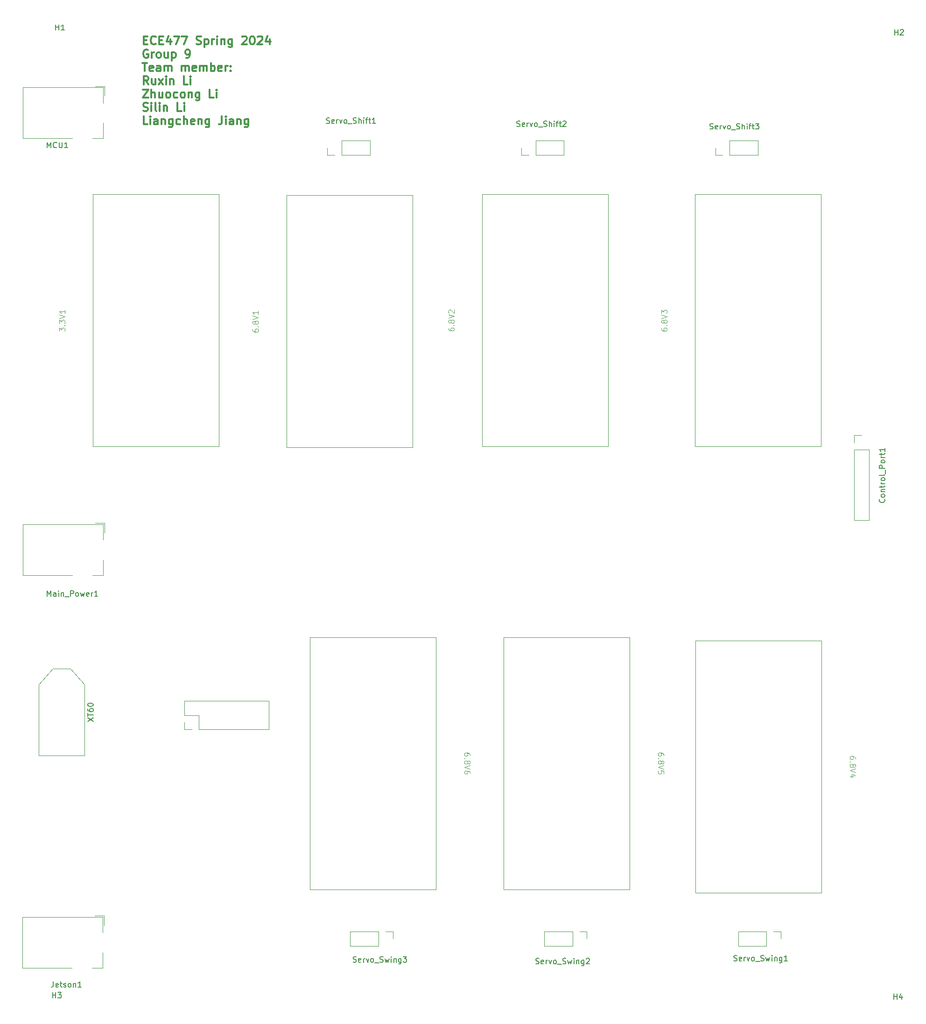
<source format=gbr>
%TF.GenerationSoftware,KiCad,Pcbnew,7.0.10*%
%TF.CreationDate,2024-03-07T18:13:02-07:00*%
%TF.ProjectId,Power_Supply,506f7765-725f-4537-9570-706c792e6b69,rev?*%
%TF.SameCoordinates,Original*%
%TF.FileFunction,Legend,Top*%
%TF.FilePolarity,Positive*%
%FSLAX46Y46*%
G04 Gerber Fmt 4.6, Leading zero omitted, Abs format (unit mm)*
G04 Created by KiCad (PCBNEW 7.0.10) date 2024-03-07 18:13:02*
%MOMM*%
%LPD*%
G01*
G04 APERTURE LIST*
%ADD10C,0.300000*%
%ADD11C,0.150000*%
%ADD12C,0.100000*%
%ADD13C,0.120000*%
G04 APERTURE END LIST*
D10*
X120694510Y-54285114D02*
X121194510Y-54285114D01*
X121408796Y-55070828D02*
X120694510Y-55070828D01*
X120694510Y-55070828D02*
X120694510Y-53570828D01*
X120694510Y-53570828D02*
X121408796Y-53570828D01*
X122908796Y-54927971D02*
X122837368Y-54999400D01*
X122837368Y-54999400D02*
X122623082Y-55070828D01*
X122623082Y-55070828D02*
X122480225Y-55070828D01*
X122480225Y-55070828D02*
X122265939Y-54999400D01*
X122265939Y-54999400D02*
X122123082Y-54856542D01*
X122123082Y-54856542D02*
X122051653Y-54713685D01*
X122051653Y-54713685D02*
X121980225Y-54427971D01*
X121980225Y-54427971D02*
X121980225Y-54213685D01*
X121980225Y-54213685D02*
X122051653Y-53927971D01*
X122051653Y-53927971D02*
X122123082Y-53785114D01*
X122123082Y-53785114D02*
X122265939Y-53642257D01*
X122265939Y-53642257D02*
X122480225Y-53570828D01*
X122480225Y-53570828D02*
X122623082Y-53570828D01*
X122623082Y-53570828D02*
X122837368Y-53642257D01*
X122837368Y-53642257D02*
X122908796Y-53713685D01*
X123551653Y-54285114D02*
X124051653Y-54285114D01*
X124265939Y-55070828D02*
X123551653Y-55070828D01*
X123551653Y-55070828D02*
X123551653Y-53570828D01*
X123551653Y-53570828D02*
X124265939Y-53570828D01*
X125551654Y-54070828D02*
X125551654Y-55070828D01*
X125194511Y-53499400D02*
X124837368Y-54570828D01*
X124837368Y-54570828D02*
X125765939Y-54570828D01*
X126194510Y-53570828D02*
X127194510Y-53570828D01*
X127194510Y-53570828D02*
X126551653Y-55070828D01*
X127623081Y-53570828D02*
X128623081Y-53570828D01*
X128623081Y-53570828D02*
X127980224Y-55070828D01*
X130265938Y-54999400D02*
X130480224Y-55070828D01*
X130480224Y-55070828D02*
X130837366Y-55070828D01*
X130837366Y-55070828D02*
X130980224Y-54999400D01*
X130980224Y-54999400D02*
X131051652Y-54927971D01*
X131051652Y-54927971D02*
X131123081Y-54785114D01*
X131123081Y-54785114D02*
X131123081Y-54642257D01*
X131123081Y-54642257D02*
X131051652Y-54499400D01*
X131051652Y-54499400D02*
X130980224Y-54427971D01*
X130980224Y-54427971D02*
X130837366Y-54356542D01*
X130837366Y-54356542D02*
X130551652Y-54285114D01*
X130551652Y-54285114D02*
X130408795Y-54213685D01*
X130408795Y-54213685D02*
X130337366Y-54142257D01*
X130337366Y-54142257D02*
X130265938Y-53999400D01*
X130265938Y-53999400D02*
X130265938Y-53856542D01*
X130265938Y-53856542D02*
X130337366Y-53713685D01*
X130337366Y-53713685D02*
X130408795Y-53642257D01*
X130408795Y-53642257D02*
X130551652Y-53570828D01*
X130551652Y-53570828D02*
X130908795Y-53570828D01*
X130908795Y-53570828D02*
X131123081Y-53642257D01*
X131765937Y-54070828D02*
X131765937Y-55570828D01*
X131765937Y-54142257D02*
X131908795Y-54070828D01*
X131908795Y-54070828D02*
X132194509Y-54070828D01*
X132194509Y-54070828D02*
X132337366Y-54142257D01*
X132337366Y-54142257D02*
X132408795Y-54213685D01*
X132408795Y-54213685D02*
X132480223Y-54356542D01*
X132480223Y-54356542D02*
X132480223Y-54785114D01*
X132480223Y-54785114D02*
X132408795Y-54927971D01*
X132408795Y-54927971D02*
X132337366Y-54999400D01*
X132337366Y-54999400D02*
X132194509Y-55070828D01*
X132194509Y-55070828D02*
X131908795Y-55070828D01*
X131908795Y-55070828D02*
X131765937Y-54999400D01*
X133123080Y-55070828D02*
X133123080Y-54070828D01*
X133123080Y-54356542D02*
X133194509Y-54213685D01*
X133194509Y-54213685D02*
X133265938Y-54142257D01*
X133265938Y-54142257D02*
X133408795Y-54070828D01*
X133408795Y-54070828D02*
X133551652Y-54070828D01*
X134051651Y-55070828D02*
X134051651Y-54070828D01*
X134051651Y-53570828D02*
X133980223Y-53642257D01*
X133980223Y-53642257D02*
X134051651Y-53713685D01*
X134051651Y-53713685D02*
X134123080Y-53642257D01*
X134123080Y-53642257D02*
X134051651Y-53570828D01*
X134051651Y-53570828D02*
X134051651Y-53713685D01*
X134765937Y-54070828D02*
X134765937Y-55070828D01*
X134765937Y-54213685D02*
X134837366Y-54142257D01*
X134837366Y-54142257D02*
X134980223Y-54070828D01*
X134980223Y-54070828D02*
X135194509Y-54070828D01*
X135194509Y-54070828D02*
X135337366Y-54142257D01*
X135337366Y-54142257D02*
X135408795Y-54285114D01*
X135408795Y-54285114D02*
X135408795Y-55070828D01*
X136765938Y-54070828D02*
X136765938Y-55285114D01*
X136765938Y-55285114D02*
X136694509Y-55427971D01*
X136694509Y-55427971D02*
X136623080Y-55499400D01*
X136623080Y-55499400D02*
X136480223Y-55570828D01*
X136480223Y-55570828D02*
X136265938Y-55570828D01*
X136265938Y-55570828D02*
X136123080Y-55499400D01*
X136765938Y-54999400D02*
X136623080Y-55070828D01*
X136623080Y-55070828D02*
X136337366Y-55070828D01*
X136337366Y-55070828D02*
X136194509Y-54999400D01*
X136194509Y-54999400D02*
X136123080Y-54927971D01*
X136123080Y-54927971D02*
X136051652Y-54785114D01*
X136051652Y-54785114D02*
X136051652Y-54356542D01*
X136051652Y-54356542D02*
X136123080Y-54213685D01*
X136123080Y-54213685D02*
X136194509Y-54142257D01*
X136194509Y-54142257D02*
X136337366Y-54070828D01*
X136337366Y-54070828D02*
X136623080Y-54070828D01*
X136623080Y-54070828D02*
X136765938Y-54142257D01*
X138551652Y-53713685D02*
X138623080Y-53642257D01*
X138623080Y-53642257D02*
X138765938Y-53570828D01*
X138765938Y-53570828D02*
X139123080Y-53570828D01*
X139123080Y-53570828D02*
X139265938Y-53642257D01*
X139265938Y-53642257D02*
X139337366Y-53713685D01*
X139337366Y-53713685D02*
X139408795Y-53856542D01*
X139408795Y-53856542D02*
X139408795Y-53999400D01*
X139408795Y-53999400D02*
X139337366Y-54213685D01*
X139337366Y-54213685D02*
X138480223Y-55070828D01*
X138480223Y-55070828D02*
X139408795Y-55070828D01*
X140337366Y-53570828D02*
X140480223Y-53570828D01*
X140480223Y-53570828D02*
X140623080Y-53642257D01*
X140623080Y-53642257D02*
X140694509Y-53713685D01*
X140694509Y-53713685D02*
X140765937Y-53856542D01*
X140765937Y-53856542D02*
X140837366Y-54142257D01*
X140837366Y-54142257D02*
X140837366Y-54499400D01*
X140837366Y-54499400D02*
X140765937Y-54785114D01*
X140765937Y-54785114D02*
X140694509Y-54927971D01*
X140694509Y-54927971D02*
X140623080Y-54999400D01*
X140623080Y-54999400D02*
X140480223Y-55070828D01*
X140480223Y-55070828D02*
X140337366Y-55070828D01*
X140337366Y-55070828D02*
X140194509Y-54999400D01*
X140194509Y-54999400D02*
X140123080Y-54927971D01*
X140123080Y-54927971D02*
X140051651Y-54785114D01*
X140051651Y-54785114D02*
X139980223Y-54499400D01*
X139980223Y-54499400D02*
X139980223Y-54142257D01*
X139980223Y-54142257D02*
X140051651Y-53856542D01*
X140051651Y-53856542D02*
X140123080Y-53713685D01*
X140123080Y-53713685D02*
X140194509Y-53642257D01*
X140194509Y-53642257D02*
X140337366Y-53570828D01*
X141408794Y-53713685D02*
X141480222Y-53642257D01*
X141480222Y-53642257D02*
X141623080Y-53570828D01*
X141623080Y-53570828D02*
X141980222Y-53570828D01*
X141980222Y-53570828D02*
X142123080Y-53642257D01*
X142123080Y-53642257D02*
X142194508Y-53713685D01*
X142194508Y-53713685D02*
X142265937Y-53856542D01*
X142265937Y-53856542D02*
X142265937Y-53999400D01*
X142265937Y-53999400D02*
X142194508Y-54213685D01*
X142194508Y-54213685D02*
X141337365Y-55070828D01*
X141337365Y-55070828D02*
X142265937Y-55070828D01*
X143551651Y-54070828D02*
X143551651Y-55070828D01*
X143194508Y-53499400D02*
X142837365Y-54570828D01*
X142837365Y-54570828D02*
X143765936Y-54570828D01*
X121480225Y-56057257D02*
X121337368Y-55985828D01*
X121337368Y-55985828D02*
X121123082Y-55985828D01*
X121123082Y-55985828D02*
X120908796Y-56057257D01*
X120908796Y-56057257D02*
X120765939Y-56200114D01*
X120765939Y-56200114D02*
X120694510Y-56342971D01*
X120694510Y-56342971D02*
X120623082Y-56628685D01*
X120623082Y-56628685D02*
X120623082Y-56842971D01*
X120623082Y-56842971D02*
X120694510Y-57128685D01*
X120694510Y-57128685D02*
X120765939Y-57271542D01*
X120765939Y-57271542D02*
X120908796Y-57414400D01*
X120908796Y-57414400D02*
X121123082Y-57485828D01*
X121123082Y-57485828D02*
X121265939Y-57485828D01*
X121265939Y-57485828D02*
X121480225Y-57414400D01*
X121480225Y-57414400D02*
X121551653Y-57342971D01*
X121551653Y-57342971D02*
X121551653Y-56842971D01*
X121551653Y-56842971D02*
X121265939Y-56842971D01*
X122194510Y-57485828D02*
X122194510Y-56485828D01*
X122194510Y-56771542D02*
X122265939Y-56628685D01*
X122265939Y-56628685D02*
X122337368Y-56557257D01*
X122337368Y-56557257D02*
X122480225Y-56485828D01*
X122480225Y-56485828D02*
X122623082Y-56485828D01*
X123337367Y-57485828D02*
X123194510Y-57414400D01*
X123194510Y-57414400D02*
X123123081Y-57342971D01*
X123123081Y-57342971D02*
X123051653Y-57200114D01*
X123051653Y-57200114D02*
X123051653Y-56771542D01*
X123051653Y-56771542D02*
X123123081Y-56628685D01*
X123123081Y-56628685D02*
X123194510Y-56557257D01*
X123194510Y-56557257D02*
X123337367Y-56485828D01*
X123337367Y-56485828D02*
X123551653Y-56485828D01*
X123551653Y-56485828D02*
X123694510Y-56557257D01*
X123694510Y-56557257D02*
X123765939Y-56628685D01*
X123765939Y-56628685D02*
X123837367Y-56771542D01*
X123837367Y-56771542D02*
X123837367Y-57200114D01*
X123837367Y-57200114D02*
X123765939Y-57342971D01*
X123765939Y-57342971D02*
X123694510Y-57414400D01*
X123694510Y-57414400D02*
X123551653Y-57485828D01*
X123551653Y-57485828D02*
X123337367Y-57485828D01*
X125123082Y-56485828D02*
X125123082Y-57485828D01*
X124480224Y-56485828D02*
X124480224Y-57271542D01*
X124480224Y-57271542D02*
X124551653Y-57414400D01*
X124551653Y-57414400D02*
X124694510Y-57485828D01*
X124694510Y-57485828D02*
X124908796Y-57485828D01*
X124908796Y-57485828D02*
X125051653Y-57414400D01*
X125051653Y-57414400D02*
X125123082Y-57342971D01*
X125837367Y-56485828D02*
X125837367Y-57985828D01*
X125837367Y-56557257D02*
X125980225Y-56485828D01*
X125980225Y-56485828D02*
X126265939Y-56485828D01*
X126265939Y-56485828D02*
X126408796Y-56557257D01*
X126408796Y-56557257D02*
X126480225Y-56628685D01*
X126480225Y-56628685D02*
X126551653Y-56771542D01*
X126551653Y-56771542D02*
X126551653Y-57200114D01*
X126551653Y-57200114D02*
X126480225Y-57342971D01*
X126480225Y-57342971D02*
X126408796Y-57414400D01*
X126408796Y-57414400D02*
X126265939Y-57485828D01*
X126265939Y-57485828D02*
X125980225Y-57485828D01*
X125980225Y-57485828D02*
X125837367Y-57414400D01*
X128408796Y-57485828D02*
X128694510Y-57485828D01*
X128694510Y-57485828D02*
X128837367Y-57414400D01*
X128837367Y-57414400D02*
X128908796Y-57342971D01*
X128908796Y-57342971D02*
X129051653Y-57128685D01*
X129051653Y-57128685D02*
X129123082Y-56842971D01*
X129123082Y-56842971D02*
X129123082Y-56271542D01*
X129123082Y-56271542D02*
X129051653Y-56128685D01*
X129051653Y-56128685D02*
X128980225Y-56057257D01*
X128980225Y-56057257D02*
X128837367Y-55985828D01*
X128837367Y-55985828D02*
X128551653Y-55985828D01*
X128551653Y-55985828D02*
X128408796Y-56057257D01*
X128408796Y-56057257D02*
X128337367Y-56128685D01*
X128337367Y-56128685D02*
X128265939Y-56271542D01*
X128265939Y-56271542D02*
X128265939Y-56628685D01*
X128265939Y-56628685D02*
X128337367Y-56771542D01*
X128337367Y-56771542D02*
X128408796Y-56842971D01*
X128408796Y-56842971D02*
X128551653Y-56914400D01*
X128551653Y-56914400D02*
X128837367Y-56914400D01*
X128837367Y-56914400D02*
X128980225Y-56842971D01*
X128980225Y-56842971D02*
X129051653Y-56771542D01*
X129051653Y-56771542D02*
X129123082Y-56628685D01*
X120480225Y-58400828D02*
X121337368Y-58400828D01*
X120908796Y-59900828D02*
X120908796Y-58400828D01*
X122408796Y-59829400D02*
X122265939Y-59900828D01*
X122265939Y-59900828D02*
X121980225Y-59900828D01*
X121980225Y-59900828D02*
X121837367Y-59829400D01*
X121837367Y-59829400D02*
X121765939Y-59686542D01*
X121765939Y-59686542D02*
X121765939Y-59115114D01*
X121765939Y-59115114D02*
X121837367Y-58972257D01*
X121837367Y-58972257D02*
X121980225Y-58900828D01*
X121980225Y-58900828D02*
X122265939Y-58900828D01*
X122265939Y-58900828D02*
X122408796Y-58972257D01*
X122408796Y-58972257D02*
X122480225Y-59115114D01*
X122480225Y-59115114D02*
X122480225Y-59257971D01*
X122480225Y-59257971D02*
X121765939Y-59400828D01*
X123765939Y-59900828D02*
X123765939Y-59115114D01*
X123765939Y-59115114D02*
X123694510Y-58972257D01*
X123694510Y-58972257D02*
X123551653Y-58900828D01*
X123551653Y-58900828D02*
X123265939Y-58900828D01*
X123265939Y-58900828D02*
X123123081Y-58972257D01*
X123765939Y-59829400D02*
X123623081Y-59900828D01*
X123623081Y-59900828D02*
X123265939Y-59900828D01*
X123265939Y-59900828D02*
X123123081Y-59829400D01*
X123123081Y-59829400D02*
X123051653Y-59686542D01*
X123051653Y-59686542D02*
X123051653Y-59543685D01*
X123051653Y-59543685D02*
X123123081Y-59400828D01*
X123123081Y-59400828D02*
X123265939Y-59329400D01*
X123265939Y-59329400D02*
X123623081Y-59329400D01*
X123623081Y-59329400D02*
X123765939Y-59257971D01*
X124480224Y-59900828D02*
X124480224Y-58900828D01*
X124480224Y-59043685D02*
X124551653Y-58972257D01*
X124551653Y-58972257D02*
X124694510Y-58900828D01*
X124694510Y-58900828D02*
X124908796Y-58900828D01*
X124908796Y-58900828D02*
X125051653Y-58972257D01*
X125051653Y-58972257D02*
X125123082Y-59115114D01*
X125123082Y-59115114D02*
X125123082Y-59900828D01*
X125123082Y-59115114D02*
X125194510Y-58972257D01*
X125194510Y-58972257D02*
X125337367Y-58900828D01*
X125337367Y-58900828D02*
X125551653Y-58900828D01*
X125551653Y-58900828D02*
X125694510Y-58972257D01*
X125694510Y-58972257D02*
X125765939Y-59115114D01*
X125765939Y-59115114D02*
X125765939Y-59900828D01*
X127623081Y-59900828D02*
X127623081Y-58900828D01*
X127623081Y-59043685D02*
X127694510Y-58972257D01*
X127694510Y-58972257D02*
X127837367Y-58900828D01*
X127837367Y-58900828D02*
X128051653Y-58900828D01*
X128051653Y-58900828D02*
X128194510Y-58972257D01*
X128194510Y-58972257D02*
X128265939Y-59115114D01*
X128265939Y-59115114D02*
X128265939Y-59900828D01*
X128265939Y-59115114D02*
X128337367Y-58972257D01*
X128337367Y-58972257D02*
X128480224Y-58900828D01*
X128480224Y-58900828D02*
X128694510Y-58900828D01*
X128694510Y-58900828D02*
X128837367Y-58972257D01*
X128837367Y-58972257D02*
X128908796Y-59115114D01*
X128908796Y-59115114D02*
X128908796Y-59900828D01*
X130194510Y-59829400D02*
X130051653Y-59900828D01*
X130051653Y-59900828D02*
X129765939Y-59900828D01*
X129765939Y-59900828D02*
X129623081Y-59829400D01*
X129623081Y-59829400D02*
X129551653Y-59686542D01*
X129551653Y-59686542D02*
X129551653Y-59115114D01*
X129551653Y-59115114D02*
X129623081Y-58972257D01*
X129623081Y-58972257D02*
X129765939Y-58900828D01*
X129765939Y-58900828D02*
X130051653Y-58900828D01*
X130051653Y-58900828D02*
X130194510Y-58972257D01*
X130194510Y-58972257D02*
X130265939Y-59115114D01*
X130265939Y-59115114D02*
X130265939Y-59257971D01*
X130265939Y-59257971D02*
X129551653Y-59400828D01*
X130908795Y-59900828D02*
X130908795Y-58900828D01*
X130908795Y-59043685D02*
X130980224Y-58972257D01*
X130980224Y-58972257D02*
X131123081Y-58900828D01*
X131123081Y-58900828D02*
X131337367Y-58900828D01*
X131337367Y-58900828D02*
X131480224Y-58972257D01*
X131480224Y-58972257D02*
X131551653Y-59115114D01*
X131551653Y-59115114D02*
X131551653Y-59900828D01*
X131551653Y-59115114D02*
X131623081Y-58972257D01*
X131623081Y-58972257D02*
X131765938Y-58900828D01*
X131765938Y-58900828D02*
X131980224Y-58900828D01*
X131980224Y-58900828D02*
X132123081Y-58972257D01*
X132123081Y-58972257D02*
X132194510Y-59115114D01*
X132194510Y-59115114D02*
X132194510Y-59900828D01*
X132908795Y-59900828D02*
X132908795Y-58400828D01*
X132908795Y-58972257D02*
X133051653Y-58900828D01*
X133051653Y-58900828D02*
X133337367Y-58900828D01*
X133337367Y-58900828D02*
X133480224Y-58972257D01*
X133480224Y-58972257D02*
X133551653Y-59043685D01*
X133551653Y-59043685D02*
X133623081Y-59186542D01*
X133623081Y-59186542D02*
X133623081Y-59615114D01*
X133623081Y-59615114D02*
X133551653Y-59757971D01*
X133551653Y-59757971D02*
X133480224Y-59829400D01*
X133480224Y-59829400D02*
X133337367Y-59900828D01*
X133337367Y-59900828D02*
X133051653Y-59900828D01*
X133051653Y-59900828D02*
X132908795Y-59829400D01*
X134837367Y-59829400D02*
X134694510Y-59900828D01*
X134694510Y-59900828D02*
X134408796Y-59900828D01*
X134408796Y-59900828D02*
X134265938Y-59829400D01*
X134265938Y-59829400D02*
X134194510Y-59686542D01*
X134194510Y-59686542D02*
X134194510Y-59115114D01*
X134194510Y-59115114D02*
X134265938Y-58972257D01*
X134265938Y-58972257D02*
X134408796Y-58900828D01*
X134408796Y-58900828D02*
X134694510Y-58900828D01*
X134694510Y-58900828D02*
X134837367Y-58972257D01*
X134837367Y-58972257D02*
X134908796Y-59115114D01*
X134908796Y-59115114D02*
X134908796Y-59257971D01*
X134908796Y-59257971D02*
X134194510Y-59400828D01*
X135551652Y-59900828D02*
X135551652Y-58900828D01*
X135551652Y-59186542D02*
X135623081Y-59043685D01*
X135623081Y-59043685D02*
X135694510Y-58972257D01*
X135694510Y-58972257D02*
X135837367Y-58900828D01*
X135837367Y-58900828D02*
X135980224Y-58900828D01*
X136480223Y-59757971D02*
X136551652Y-59829400D01*
X136551652Y-59829400D02*
X136480223Y-59900828D01*
X136480223Y-59900828D02*
X136408795Y-59829400D01*
X136408795Y-59829400D02*
X136480223Y-59757971D01*
X136480223Y-59757971D02*
X136480223Y-59900828D01*
X136480223Y-58972257D02*
X136551652Y-59043685D01*
X136551652Y-59043685D02*
X136480223Y-59115114D01*
X136480223Y-59115114D02*
X136408795Y-59043685D01*
X136408795Y-59043685D02*
X136480223Y-58972257D01*
X136480223Y-58972257D02*
X136480223Y-59115114D01*
X121551653Y-62315828D02*
X121051653Y-61601542D01*
X120694510Y-62315828D02*
X120694510Y-60815828D01*
X120694510Y-60815828D02*
X121265939Y-60815828D01*
X121265939Y-60815828D02*
X121408796Y-60887257D01*
X121408796Y-60887257D02*
X121480225Y-60958685D01*
X121480225Y-60958685D02*
X121551653Y-61101542D01*
X121551653Y-61101542D02*
X121551653Y-61315828D01*
X121551653Y-61315828D02*
X121480225Y-61458685D01*
X121480225Y-61458685D02*
X121408796Y-61530114D01*
X121408796Y-61530114D02*
X121265939Y-61601542D01*
X121265939Y-61601542D02*
X120694510Y-61601542D01*
X122837368Y-61315828D02*
X122837368Y-62315828D01*
X122194510Y-61315828D02*
X122194510Y-62101542D01*
X122194510Y-62101542D02*
X122265939Y-62244400D01*
X122265939Y-62244400D02*
X122408796Y-62315828D01*
X122408796Y-62315828D02*
X122623082Y-62315828D01*
X122623082Y-62315828D02*
X122765939Y-62244400D01*
X122765939Y-62244400D02*
X122837368Y-62172971D01*
X123408796Y-62315828D02*
X124194511Y-61315828D01*
X123408796Y-61315828D02*
X124194511Y-62315828D01*
X124765939Y-62315828D02*
X124765939Y-61315828D01*
X124765939Y-60815828D02*
X124694511Y-60887257D01*
X124694511Y-60887257D02*
X124765939Y-60958685D01*
X124765939Y-60958685D02*
X124837368Y-60887257D01*
X124837368Y-60887257D02*
X124765939Y-60815828D01*
X124765939Y-60815828D02*
X124765939Y-60958685D01*
X125480225Y-61315828D02*
X125480225Y-62315828D01*
X125480225Y-61458685D02*
X125551654Y-61387257D01*
X125551654Y-61387257D02*
X125694511Y-61315828D01*
X125694511Y-61315828D02*
X125908797Y-61315828D01*
X125908797Y-61315828D02*
X126051654Y-61387257D01*
X126051654Y-61387257D02*
X126123083Y-61530114D01*
X126123083Y-61530114D02*
X126123083Y-62315828D01*
X128694511Y-62315828D02*
X127980225Y-62315828D01*
X127980225Y-62315828D02*
X127980225Y-60815828D01*
X129194511Y-62315828D02*
X129194511Y-61315828D01*
X129194511Y-60815828D02*
X129123083Y-60887257D01*
X129123083Y-60887257D02*
X129194511Y-60958685D01*
X129194511Y-60958685D02*
X129265940Y-60887257D01*
X129265940Y-60887257D02*
X129194511Y-60815828D01*
X129194511Y-60815828D02*
X129194511Y-60958685D01*
X120551653Y-63230828D02*
X121551653Y-63230828D01*
X121551653Y-63230828D02*
X120551653Y-64730828D01*
X120551653Y-64730828D02*
X121551653Y-64730828D01*
X122123081Y-64730828D02*
X122123081Y-63230828D01*
X122765939Y-64730828D02*
X122765939Y-63945114D01*
X122765939Y-63945114D02*
X122694510Y-63802257D01*
X122694510Y-63802257D02*
X122551653Y-63730828D01*
X122551653Y-63730828D02*
X122337367Y-63730828D01*
X122337367Y-63730828D02*
X122194510Y-63802257D01*
X122194510Y-63802257D02*
X122123081Y-63873685D01*
X124123082Y-63730828D02*
X124123082Y-64730828D01*
X123480224Y-63730828D02*
X123480224Y-64516542D01*
X123480224Y-64516542D02*
X123551653Y-64659400D01*
X123551653Y-64659400D02*
X123694510Y-64730828D01*
X123694510Y-64730828D02*
X123908796Y-64730828D01*
X123908796Y-64730828D02*
X124051653Y-64659400D01*
X124051653Y-64659400D02*
X124123082Y-64587971D01*
X125051653Y-64730828D02*
X124908796Y-64659400D01*
X124908796Y-64659400D02*
X124837367Y-64587971D01*
X124837367Y-64587971D02*
X124765939Y-64445114D01*
X124765939Y-64445114D02*
X124765939Y-64016542D01*
X124765939Y-64016542D02*
X124837367Y-63873685D01*
X124837367Y-63873685D02*
X124908796Y-63802257D01*
X124908796Y-63802257D02*
X125051653Y-63730828D01*
X125051653Y-63730828D02*
X125265939Y-63730828D01*
X125265939Y-63730828D02*
X125408796Y-63802257D01*
X125408796Y-63802257D02*
X125480225Y-63873685D01*
X125480225Y-63873685D02*
X125551653Y-64016542D01*
X125551653Y-64016542D02*
X125551653Y-64445114D01*
X125551653Y-64445114D02*
X125480225Y-64587971D01*
X125480225Y-64587971D02*
X125408796Y-64659400D01*
X125408796Y-64659400D02*
X125265939Y-64730828D01*
X125265939Y-64730828D02*
X125051653Y-64730828D01*
X126837368Y-64659400D02*
X126694510Y-64730828D01*
X126694510Y-64730828D02*
X126408796Y-64730828D01*
X126408796Y-64730828D02*
X126265939Y-64659400D01*
X126265939Y-64659400D02*
X126194510Y-64587971D01*
X126194510Y-64587971D02*
X126123082Y-64445114D01*
X126123082Y-64445114D02*
X126123082Y-64016542D01*
X126123082Y-64016542D02*
X126194510Y-63873685D01*
X126194510Y-63873685D02*
X126265939Y-63802257D01*
X126265939Y-63802257D02*
X126408796Y-63730828D01*
X126408796Y-63730828D02*
X126694510Y-63730828D01*
X126694510Y-63730828D02*
X126837368Y-63802257D01*
X127694510Y-64730828D02*
X127551653Y-64659400D01*
X127551653Y-64659400D02*
X127480224Y-64587971D01*
X127480224Y-64587971D02*
X127408796Y-64445114D01*
X127408796Y-64445114D02*
X127408796Y-64016542D01*
X127408796Y-64016542D02*
X127480224Y-63873685D01*
X127480224Y-63873685D02*
X127551653Y-63802257D01*
X127551653Y-63802257D02*
X127694510Y-63730828D01*
X127694510Y-63730828D02*
X127908796Y-63730828D01*
X127908796Y-63730828D02*
X128051653Y-63802257D01*
X128051653Y-63802257D02*
X128123082Y-63873685D01*
X128123082Y-63873685D02*
X128194510Y-64016542D01*
X128194510Y-64016542D02*
X128194510Y-64445114D01*
X128194510Y-64445114D02*
X128123082Y-64587971D01*
X128123082Y-64587971D02*
X128051653Y-64659400D01*
X128051653Y-64659400D02*
X127908796Y-64730828D01*
X127908796Y-64730828D02*
X127694510Y-64730828D01*
X128837367Y-63730828D02*
X128837367Y-64730828D01*
X128837367Y-63873685D02*
X128908796Y-63802257D01*
X128908796Y-63802257D02*
X129051653Y-63730828D01*
X129051653Y-63730828D02*
X129265939Y-63730828D01*
X129265939Y-63730828D02*
X129408796Y-63802257D01*
X129408796Y-63802257D02*
X129480225Y-63945114D01*
X129480225Y-63945114D02*
X129480225Y-64730828D01*
X130837368Y-63730828D02*
X130837368Y-64945114D01*
X130837368Y-64945114D02*
X130765939Y-65087971D01*
X130765939Y-65087971D02*
X130694510Y-65159400D01*
X130694510Y-65159400D02*
X130551653Y-65230828D01*
X130551653Y-65230828D02*
X130337368Y-65230828D01*
X130337368Y-65230828D02*
X130194510Y-65159400D01*
X130837368Y-64659400D02*
X130694510Y-64730828D01*
X130694510Y-64730828D02*
X130408796Y-64730828D01*
X130408796Y-64730828D02*
X130265939Y-64659400D01*
X130265939Y-64659400D02*
X130194510Y-64587971D01*
X130194510Y-64587971D02*
X130123082Y-64445114D01*
X130123082Y-64445114D02*
X130123082Y-64016542D01*
X130123082Y-64016542D02*
X130194510Y-63873685D01*
X130194510Y-63873685D02*
X130265939Y-63802257D01*
X130265939Y-63802257D02*
X130408796Y-63730828D01*
X130408796Y-63730828D02*
X130694510Y-63730828D01*
X130694510Y-63730828D02*
X130837368Y-63802257D01*
X133408796Y-64730828D02*
X132694510Y-64730828D01*
X132694510Y-64730828D02*
X132694510Y-63230828D01*
X133908796Y-64730828D02*
X133908796Y-63730828D01*
X133908796Y-63230828D02*
X133837368Y-63302257D01*
X133837368Y-63302257D02*
X133908796Y-63373685D01*
X133908796Y-63373685D02*
X133980225Y-63302257D01*
X133980225Y-63302257D02*
X133908796Y-63230828D01*
X133908796Y-63230828D02*
X133908796Y-63373685D01*
X120623082Y-67074400D02*
X120837368Y-67145828D01*
X120837368Y-67145828D02*
X121194510Y-67145828D01*
X121194510Y-67145828D02*
X121337368Y-67074400D01*
X121337368Y-67074400D02*
X121408796Y-67002971D01*
X121408796Y-67002971D02*
X121480225Y-66860114D01*
X121480225Y-66860114D02*
X121480225Y-66717257D01*
X121480225Y-66717257D02*
X121408796Y-66574400D01*
X121408796Y-66574400D02*
X121337368Y-66502971D01*
X121337368Y-66502971D02*
X121194510Y-66431542D01*
X121194510Y-66431542D02*
X120908796Y-66360114D01*
X120908796Y-66360114D02*
X120765939Y-66288685D01*
X120765939Y-66288685D02*
X120694510Y-66217257D01*
X120694510Y-66217257D02*
X120623082Y-66074400D01*
X120623082Y-66074400D02*
X120623082Y-65931542D01*
X120623082Y-65931542D02*
X120694510Y-65788685D01*
X120694510Y-65788685D02*
X120765939Y-65717257D01*
X120765939Y-65717257D02*
X120908796Y-65645828D01*
X120908796Y-65645828D02*
X121265939Y-65645828D01*
X121265939Y-65645828D02*
X121480225Y-65717257D01*
X122123081Y-67145828D02*
X122123081Y-66145828D01*
X122123081Y-65645828D02*
X122051653Y-65717257D01*
X122051653Y-65717257D02*
X122123081Y-65788685D01*
X122123081Y-65788685D02*
X122194510Y-65717257D01*
X122194510Y-65717257D02*
X122123081Y-65645828D01*
X122123081Y-65645828D02*
X122123081Y-65788685D01*
X123051653Y-67145828D02*
X122908796Y-67074400D01*
X122908796Y-67074400D02*
X122837367Y-66931542D01*
X122837367Y-66931542D02*
X122837367Y-65645828D01*
X123623081Y-67145828D02*
X123623081Y-66145828D01*
X123623081Y-65645828D02*
X123551653Y-65717257D01*
X123551653Y-65717257D02*
X123623081Y-65788685D01*
X123623081Y-65788685D02*
X123694510Y-65717257D01*
X123694510Y-65717257D02*
X123623081Y-65645828D01*
X123623081Y-65645828D02*
X123623081Y-65788685D01*
X124337367Y-66145828D02*
X124337367Y-67145828D01*
X124337367Y-66288685D02*
X124408796Y-66217257D01*
X124408796Y-66217257D02*
X124551653Y-66145828D01*
X124551653Y-66145828D02*
X124765939Y-66145828D01*
X124765939Y-66145828D02*
X124908796Y-66217257D01*
X124908796Y-66217257D02*
X124980225Y-66360114D01*
X124980225Y-66360114D02*
X124980225Y-67145828D01*
X127551653Y-67145828D02*
X126837367Y-67145828D01*
X126837367Y-67145828D02*
X126837367Y-65645828D01*
X128051653Y-67145828D02*
X128051653Y-66145828D01*
X128051653Y-65645828D02*
X127980225Y-65717257D01*
X127980225Y-65717257D02*
X128051653Y-65788685D01*
X128051653Y-65788685D02*
X128123082Y-65717257D01*
X128123082Y-65717257D02*
X128051653Y-65645828D01*
X128051653Y-65645828D02*
X128051653Y-65788685D01*
X121408796Y-69560828D02*
X120694510Y-69560828D01*
X120694510Y-69560828D02*
X120694510Y-68060828D01*
X121908796Y-69560828D02*
X121908796Y-68560828D01*
X121908796Y-68060828D02*
X121837368Y-68132257D01*
X121837368Y-68132257D02*
X121908796Y-68203685D01*
X121908796Y-68203685D02*
X121980225Y-68132257D01*
X121980225Y-68132257D02*
X121908796Y-68060828D01*
X121908796Y-68060828D02*
X121908796Y-68203685D01*
X123265940Y-69560828D02*
X123265940Y-68775114D01*
X123265940Y-68775114D02*
X123194511Y-68632257D01*
X123194511Y-68632257D02*
X123051654Y-68560828D01*
X123051654Y-68560828D02*
X122765940Y-68560828D01*
X122765940Y-68560828D02*
X122623082Y-68632257D01*
X123265940Y-69489400D02*
X123123082Y-69560828D01*
X123123082Y-69560828D02*
X122765940Y-69560828D01*
X122765940Y-69560828D02*
X122623082Y-69489400D01*
X122623082Y-69489400D02*
X122551654Y-69346542D01*
X122551654Y-69346542D02*
X122551654Y-69203685D01*
X122551654Y-69203685D02*
X122623082Y-69060828D01*
X122623082Y-69060828D02*
X122765940Y-68989400D01*
X122765940Y-68989400D02*
X123123082Y-68989400D01*
X123123082Y-68989400D02*
X123265940Y-68917971D01*
X123980225Y-68560828D02*
X123980225Y-69560828D01*
X123980225Y-68703685D02*
X124051654Y-68632257D01*
X124051654Y-68632257D02*
X124194511Y-68560828D01*
X124194511Y-68560828D02*
X124408797Y-68560828D01*
X124408797Y-68560828D02*
X124551654Y-68632257D01*
X124551654Y-68632257D02*
X124623083Y-68775114D01*
X124623083Y-68775114D02*
X124623083Y-69560828D01*
X125980226Y-68560828D02*
X125980226Y-69775114D01*
X125980226Y-69775114D02*
X125908797Y-69917971D01*
X125908797Y-69917971D02*
X125837368Y-69989400D01*
X125837368Y-69989400D02*
X125694511Y-70060828D01*
X125694511Y-70060828D02*
X125480226Y-70060828D01*
X125480226Y-70060828D02*
X125337368Y-69989400D01*
X125980226Y-69489400D02*
X125837368Y-69560828D01*
X125837368Y-69560828D02*
X125551654Y-69560828D01*
X125551654Y-69560828D02*
X125408797Y-69489400D01*
X125408797Y-69489400D02*
X125337368Y-69417971D01*
X125337368Y-69417971D02*
X125265940Y-69275114D01*
X125265940Y-69275114D02*
X125265940Y-68846542D01*
X125265940Y-68846542D02*
X125337368Y-68703685D01*
X125337368Y-68703685D02*
X125408797Y-68632257D01*
X125408797Y-68632257D02*
X125551654Y-68560828D01*
X125551654Y-68560828D02*
X125837368Y-68560828D01*
X125837368Y-68560828D02*
X125980226Y-68632257D01*
X127337369Y-69489400D02*
X127194511Y-69560828D01*
X127194511Y-69560828D02*
X126908797Y-69560828D01*
X126908797Y-69560828D02*
X126765940Y-69489400D01*
X126765940Y-69489400D02*
X126694511Y-69417971D01*
X126694511Y-69417971D02*
X126623083Y-69275114D01*
X126623083Y-69275114D02*
X126623083Y-68846542D01*
X126623083Y-68846542D02*
X126694511Y-68703685D01*
X126694511Y-68703685D02*
X126765940Y-68632257D01*
X126765940Y-68632257D02*
X126908797Y-68560828D01*
X126908797Y-68560828D02*
X127194511Y-68560828D01*
X127194511Y-68560828D02*
X127337369Y-68632257D01*
X127980225Y-69560828D02*
X127980225Y-68060828D01*
X128623083Y-69560828D02*
X128623083Y-68775114D01*
X128623083Y-68775114D02*
X128551654Y-68632257D01*
X128551654Y-68632257D02*
X128408797Y-68560828D01*
X128408797Y-68560828D02*
X128194511Y-68560828D01*
X128194511Y-68560828D02*
X128051654Y-68632257D01*
X128051654Y-68632257D02*
X127980225Y-68703685D01*
X129908797Y-69489400D02*
X129765940Y-69560828D01*
X129765940Y-69560828D02*
X129480226Y-69560828D01*
X129480226Y-69560828D02*
X129337368Y-69489400D01*
X129337368Y-69489400D02*
X129265940Y-69346542D01*
X129265940Y-69346542D02*
X129265940Y-68775114D01*
X129265940Y-68775114D02*
X129337368Y-68632257D01*
X129337368Y-68632257D02*
X129480226Y-68560828D01*
X129480226Y-68560828D02*
X129765940Y-68560828D01*
X129765940Y-68560828D02*
X129908797Y-68632257D01*
X129908797Y-68632257D02*
X129980226Y-68775114D01*
X129980226Y-68775114D02*
X129980226Y-68917971D01*
X129980226Y-68917971D02*
X129265940Y-69060828D01*
X130623082Y-68560828D02*
X130623082Y-69560828D01*
X130623082Y-68703685D02*
X130694511Y-68632257D01*
X130694511Y-68632257D02*
X130837368Y-68560828D01*
X130837368Y-68560828D02*
X131051654Y-68560828D01*
X131051654Y-68560828D02*
X131194511Y-68632257D01*
X131194511Y-68632257D02*
X131265940Y-68775114D01*
X131265940Y-68775114D02*
X131265940Y-69560828D01*
X132623083Y-68560828D02*
X132623083Y-69775114D01*
X132623083Y-69775114D02*
X132551654Y-69917971D01*
X132551654Y-69917971D02*
X132480225Y-69989400D01*
X132480225Y-69989400D02*
X132337368Y-70060828D01*
X132337368Y-70060828D02*
X132123083Y-70060828D01*
X132123083Y-70060828D02*
X131980225Y-69989400D01*
X132623083Y-69489400D02*
X132480225Y-69560828D01*
X132480225Y-69560828D02*
X132194511Y-69560828D01*
X132194511Y-69560828D02*
X132051654Y-69489400D01*
X132051654Y-69489400D02*
X131980225Y-69417971D01*
X131980225Y-69417971D02*
X131908797Y-69275114D01*
X131908797Y-69275114D02*
X131908797Y-68846542D01*
X131908797Y-68846542D02*
X131980225Y-68703685D01*
X131980225Y-68703685D02*
X132051654Y-68632257D01*
X132051654Y-68632257D02*
X132194511Y-68560828D01*
X132194511Y-68560828D02*
X132480225Y-68560828D01*
X132480225Y-68560828D02*
X132623083Y-68632257D01*
X134908797Y-68060828D02*
X134908797Y-69132257D01*
X134908797Y-69132257D02*
X134837368Y-69346542D01*
X134837368Y-69346542D02*
X134694511Y-69489400D01*
X134694511Y-69489400D02*
X134480225Y-69560828D01*
X134480225Y-69560828D02*
X134337368Y-69560828D01*
X135623082Y-69560828D02*
X135623082Y-68560828D01*
X135623082Y-68060828D02*
X135551654Y-68132257D01*
X135551654Y-68132257D02*
X135623082Y-68203685D01*
X135623082Y-68203685D02*
X135694511Y-68132257D01*
X135694511Y-68132257D02*
X135623082Y-68060828D01*
X135623082Y-68060828D02*
X135623082Y-68203685D01*
X136980226Y-69560828D02*
X136980226Y-68775114D01*
X136980226Y-68775114D02*
X136908797Y-68632257D01*
X136908797Y-68632257D02*
X136765940Y-68560828D01*
X136765940Y-68560828D02*
X136480226Y-68560828D01*
X136480226Y-68560828D02*
X136337368Y-68632257D01*
X136980226Y-69489400D02*
X136837368Y-69560828D01*
X136837368Y-69560828D02*
X136480226Y-69560828D01*
X136480226Y-69560828D02*
X136337368Y-69489400D01*
X136337368Y-69489400D02*
X136265940Y-69346542D01*
X136265940Y-69346542D02*
X136265940Y-69203685D01*
X136265940Y-69203685D02*
X136337368Y-69060828D01*
X136337368Y-69060828D02*
X136480226Y-68989400D01*
X136480226Y-68989400D02*
X136837368Y-68989400D01*
X136837368Y-68989400D02*
X136980226Y-68917971D01*
X137694511Y-68560828D02*
X137694511Y-69560828D01*
X137694511Y-68703685D02*
X137765940Y-68632257D01*
X137765940Y-68632257D02*
X137908797Y-68560828D01*
X137908797Y-68560828D02*
X138123083Y-68560828D01*
X138123083Y-68560828D02*
X138265940Y-68632257D01*
X138265940Y-68632257D02*
X138337369Y-68775114D01*
X138337369Y-68775114D02*
X138337369Y-69560828D01*
X139694512Y-68560828D02*
X139694512Y-69775114D01*
X139694512Y-69775114D02*
X139623083Y-69917971D01*
X139623083Y-69917971D02*
X139551654Y-69989400D01*
X139551654Y-69989400D02*
X139408797Y-70060828D01*
X139408797Y-70060828D02*
X139194512Y-70060828D01*
X139194512Y-70060828D02*
X139051654Y-69989400D01*
X139694512Y-69489400D02*
X139551654Y-69560828D01*
X139551654Y-69560828D02*
X139265940Y-69560828D01*
X139265940Y-69560828D02*
X139123083Y-69489400D01*
X139123083Y-69489400D02*
X139051654Y-69417971D01*
X139051654Y-69417971D02*
X138980226Y-69275114D01*
X138980226Y-69275114D02*
X138980226Y-68846542D01*
X138980226Y-68846542D02*
X139051654Y-68703685D01*
X139051654Y-68703685D02*
X139123083Y-68632257D01*
X139123083Y-68632257D02*
X139265940Y-68560828D01*
X139265940Y-68560828D02*
X139551654Y-68560828D01*
X139551654Y-68560828D02*
X139694512Y-68632257D01*
D11*
X104342856Y-224974819D02*
X104342856Y-225689104D01*
X104342856Y-225689104D02*
X104295237Y-225831961D01*
X104295237Y-225831961D02*
X104199999Y-225927200D01*
X104199999Y-225927200D02*
X104057142Y-225974819D01*
X104057142Y-225974819D02*
X103961904Y-225974819D01*
X105199999Y-225927200D02*
X105104761Y-225974819D01*
X105104761Y-225974819D02*
X104914285Y-225974819D01*
X104914285Y-225974819D02*
X104819047Y-225927200D01*
X104819047Y-225927200D02*
X104771428Y-225831961D01*
X104771428Y-225831961D02*
X104771428Y-225451009D01*
X104771428Y-225451009D02*
X104819047Y-225355771D01*
X104819047Y-225355771D02*
X104914285Y-225308152D01*
X104914285Y-225308152D02*
X105104761Y-225308152D01*
X105104761Y-225308152D02*
X105199999Y-225355771D01*
X105199999Y-225355771D02*
X105247618Y-225451009D01*
X105247618Y-225451009D02*
X105247618Y-225546247D01*
X105247618Y-225546247D02*
X104771428Y-225641485D01*
X105533333Y-225308152D02*
X105914285Y-225308152D01*
X105676190Y-224974819D02*
X105676190Y-225831961D01*
X105676190Y-225831961D02*
X105723809Y-225927200D01*
X105723809Y-225927200D02*
X105819047Y-225974819D01*
X105819047Y-225974819D02*
X105914285Y-225974819D01*
X106200000Y-225927200D02*
X106295238Y-225974819D01*
X106295238Y-225974819D02*
X106485714Y-225974819D01*
X106485714Y-225974819D02*
X106580952Y-225927200D01*
X106580952Y-225927200D02*
X106628571Y-225831961D01*
X106628571Y-225831961D02*
X106628571Y-225784342D01*
X106628571Y-225784342D02*
X106580952Y-225689104D01*
X106580952Y-225689104D02*
X106485714Y-225641485D01*
X106485714Y-225641485D02*
X106342857Y-225641485D01*
X106342857Y-225641485D02*
X106247619Y-225593866D01*
X106247619Y-225593866D02*
X106200000Y-225498628D01*
X106200000Y-225498628D02*
X106200000Y-225451009D01*
X106200000Y-225451009D02*
X106247619Y-225355771D01*
X106247619Y-225355771D02*
X106342857Y-225308152D01*
X106342857Y-225308152D02*
X106485714Y-225308152D01*
X106485714Y-225308152D02*
X106580952Y-225355771D01*
X107200000Y-225974819D02*
X107104762Y-225927200D01*
X107104762Y-225927200D02*
X107057143Y-225879580D01*
X107057143Y-225879580D02*
X107009524Y-225784342D01*
X107009524Y-225784342D02*
X107009524Y-225498628D01*
X107009524Y-225498628D02*
X107057143Y-225403390D01*
X107057143Y-225403390D02*
X107104762Y-225355771D01*
X107104762Y-225355771D02*
X107200000Y-225308152D01*
X107200000Y-225308152D02*
X107342857Y-225308152D01*
X107342857Y-225308152D02*
X107438095Y-225355771D01*
X107438095Y-225355771D02*
X107485714Y-225403390D01*
X107485714Y-225403390D02*
X107533333Y-225498628D01*
X107533333Y-225498628D02*
X107533333Y-225784342D01*
X107533333Y-225784342D02*
X107485714Y-225879580D01*
X107485714Y-225879580D02*
X107438095Y-225927200D01*
X107438095Y-225927200D02*
X107342857Y-225974819D01*
X107342857Y-225974819D02*
X107200000Y-225974819D01*
X107961905Y-225308152D02*
X107961905Y-225974819D01*
X107961905Y-225403390D02*
X108009524Y-225355771D01*
X108009524Y-225355771D02*
X108104762Y-225308152D01*
X108104762Y-225308152D02*
X108247619Y-225308152D01*
X108247619Y-225308152D02*
X108342857Y-225355771D01*
X108342857Y-225355771D02*
X108390476Y-225451009D01*
X108390476Y-225451009D02*
X108390476Y-225974819D01*
X109390476Y-225974819D02*
X108819048Y-225974819D01*
X109104762Y-225974819D02*
X109104762Y-224974819D01*
X109104762Y-224974819D02*
X109009524Y-225117676D01*
X109009524Y-225117676D02*
X108914286Y-225212914D01*
X108914286Y-225212914D02*
X108819048Y-225260533D01*
X103226667Y-73794819D02*
X103226667Y-72794819D01*
X103226667Y-72794819D02*
X103560000Y-73509104D01*
X103560000Y-73509104D02*
X103893333Y-72794819D01*
X103893333Y-72794819D02*
X103893333Y-73794819D01*
X104940952Y-73699580D02*
X104893333Y-73747200D01*
X104893333Y-73747200D02*
X104750476Y-73794819D01*
X104750476Y-73794819D02*
X104655238Y-73794819D01*
X104655238Y-73794819D02*
X104512381Y-73747200D01*
X104512381Y-73747200D02*
X104417143Y-73651961D01*
X104417143Y-73651961D02*
X104369524Y-73556723D01*
X104369524Y-73556723D02*
X104321905Y-73366247D01*
X104321905Y-73366247D02*
X104321905Y-73223390D01*
X104321905Y-73223390D02*
X104369524Y-73032914D01*
X104369524Y-73032914D02*
X104417143Y-72937676D01*
X104417143Y-72937676D02*
X104512381Y-72842438D01*
X104512381Y-72842438D02*
X104655238Y-72794819D01*
X104655238Y-72794819D02*
X104750476Y-72794819D01*
X104750476Y-72794819D02*
X104893333Y-72842438D01*
X104893333Y-72842438D02*
X104940952Y-72890057D01*
X105369524Y-72794819D02*
X105369524Y-73604342D01*
X105369524Y-73604342D02*
X105417143Y-73699580D01*
X105417143Y-73699580D02*
X105464762Y-73747200D01*
X105464762Y-73747200D02*
X105560000Y-73794819D01*
X105560000Y-73794819D02*
X105750476Y-73794819D01*
X105750476Y-73794819D02*
X105845714Y-73747200D01*
X105845714Y-73747200D02*
X105893333Y-73699580D01*
X105893333Y-73699580D02*
X105940952Y-73604342D01*
X105940952Y-73604342D02*
X105940952Y-72794819D01*
X106940952Y-73794819D02*
X106369524Y-73794819D01*
X106655238Y-73794819D02*
X106655238Y-72794819D01*
X106655238Y-72794819D02*
X106560000Y-72937676D01*
X106560000Y-72937676D02*
X106464762Y-73032914D01*
X106464762Y-73032914D02*
X106369524Y-73080533D01*
X153864286Y-69317200D02*
X154007143Y-69364819D01*
X154007143Y-69364819D02*
X154245238Y-69364819D01*
X154245238Y-69364819D02*
X154340476Y-69317200D01*
X154340476Y-69317200D02*
X154388095Y-69269580D01*
X154388095Y-69269580D02*
X154435714Y-69174342D01*
X154435714Y-69174342D02*
X154435714Y-69079104D01*
X154435714Y-69079104D02*
X154388095Y-68983866D01*
X154388095Y-68983866D02*
X154340476Y-68936247D01*
X154340476Y-68936247D02*
X154245238Y-68888628D01*
X154245238Y-68888628D02*
X154054762Y-68841009D01*
X154054762Y-68841009D02*
X153959524Y-68793390D01*
X153959524Y-68793390D02*
X153911905Y-68745771D01*
X153911905Y-68745771D02*
X153864286Y-68650533D01*
X153864286Y-68650533D02*
X153864286Y-68555295D01*
X153864286Y-68555295D02*
X153911905Y-68460057D01*
X153911905Y-68460057D02*
X153959524Y-68412438D01*
X153959524Y-68412438D02*
X154054762Y-68364819D01*
X154054762Y-68364819D02*
X154292857Y-68364819D01*
X154292857Y-68364819D02*
X154435714Y-68412438D01*
X155245238Y-69317200D02*
X155150000Y-69364819D01*
X155150000Y-69364819D02*
X154959524Y-69364819D01*
X154959524Y-69364819D02*
X154864286Y-69317200D01*
X154864286Y-69317200D02*
X154816667Y-69221961D01*
X154816667Y-69221961D02*
X154816667Y-68841009D01*
X154816667Y-68841009D02*
X154864286Y-68745771D01*
X154864286Y-68745771D02*
X154959524Y-68698152D01*
X154959524Y-68698152D02*
X155150000Y-68698152D01*
X155150000Y-68698152D02*
X155245238Y-68745771D01*
X155245238Y-68745771D02*
X155292857Y-68841009D01*
X155292857Y-68841009D02*
X155292857Y-68936247D01*
X155292857Y-68936247D02*
X154816667Y-69031485D01*
X155721429Y-69364819D02*
X155721429Y-68698152D01*
X155721429Y-68888628D02*
X155769048Y-68793390D01*
X155769048Y-68793390D02*
X155816667Y-68745771D01*
X155816667Y-68745771D02*
X155911905Y-68698152D01*
X155911905Y-68698152D02*
X156007143Y-68698152D01*
X156245239Y-68698152D02*
X156483334Y-69364819D01*
X156483334Y-69364819D02*
X156721429Y-68698152D01*
X157245239Y-69364819D02*
X157150001Y-69317200D01*
X157150001Y-69317200D02*
X157102382Y-69269580D01*
X157102382Y-69269580D02*
X157054763Y-69174342D01*
X157054763Y-69174342D02*
X157054763Y-68888628D01*
X157054763Y-68888628D02*
X157102382Y-68793390D01*
X157102382Y-68793390D02*
X157150001Y-68745771D01*
X157150001Y-68745771D02*
X157245239Y-68698152D01*
X157245239Y-68698152D02*
X157388096Y-68698152D01*
X157388096Y-68698152D02*
X157483334Y-68745771D01*
X157483334Y-68745771D02*
X157530953Y-68793390D01*
X157530953Y-68793390D02*
X157578572Y-68888628D01*
X157578572Y-68888628D02*
X157578572Y-69174342D01*
X157578572Y-69174342D02*
X157530953Y-69269580D01*
X157530953Y-69269580D02*
X157483334Y-69317200D01*
X157483334Y-69317200D02*
X157388096Y-69364819D01*
X157388096Y-69364819D02*
X157245239Y-69364819D01*
X157769049Y-69460057D02*
X158530953Y-69460057D01*
X158721430Y-69317200D02*
X158864287Y-69364819D01*
X158864287Y-69364819D02*
X159102382Y-69364819D01*
X159102382Y-69364819D02*
X159197620Y-69317200D01*
X159197620Y-69317200D02*
X159245239Y-69269580D01*
X159245239Y-69269580D02*
X159292858Y-69174342D01*
X159292858Y-69174342D02*
X159292858Y-69079104D01*
X159292858Y-69079104D02*
X159245239Y-68983866D01*
X159245239Y-68983866D02*
X159197620Y-68936247D01*
X159197620Y-68936247D02*
X159102382Y-68888628D01*
X159102382Y-68888628D02*
X158911906Y-68841009D01*
X158911906Y-68841009D02*
X158816668Y-68793390D01*
X158816668Y-68793390D02*
X158769049Y-68745771D01*
X158769049Y-68745771D02*
X158721430Y-68650533D01*
X158721430Y-68650533D02*
X158721430Y-68555295D01*
X158721430Y-68555295D02*
X158769049Y-68460057D01*
X158769049Y-68460057D02*
X158816668Y-68412438D01*
X158816668Y-68412438D02*
X158911906Y-68364819D01*
X158911906Y-68364819D02*
X159150001Y-68364819D01*
X159150001Y-68364819D02*
X159292858Y-68412438D01*
X159721430Y-69364819D02*
X159721430Y-68364819D01*
X160150001Y-69364819D02*
X160150001Y-68841009D01*
X160150001Y-68841009D02*
X160102382Y-68745771D01*
X160102382Y-68745771D02*
X160007144Y-68698152D01*
X160007144Y-68698152D02*
X159864287Y-68698152D01*
X159864287Y-68698152D02*
X159769049Y-68745771D01*
X159769049Y-68745771D02*
X159721430Y-68793390D01*
X160626192Y-69364819D02*
X160626192Y-68698152D01*
X160626192Y-68364819D02*
X160578573Y-68412438D01*
X160578573Y-68412438D02*
X160626192Y-68460057D01*
X160626192Y-68460057D02*
X160673811Y-68412438D01*
X160673811Y-68412438D02*
X160626192Y-68364819D01*
X160626192Y-68364819D02*
X160626192Y-68460057D01*
X160959525Y-68698152D02*
X161340477Y-68698152D01*
X161102382Y-69364819D02*
X161102382Y-68507676D01*
X161102382Y-68507676D02*
X161150001Y-68412438D01*
X161150001Y-68412438D02*
X161245239Y-68364819D01*
X161245239Y-68364819D02*
X161340477Y-68364819D01*
X161530954Y-68698152D02*
X161911906Y-68698152D01*
X161673811Y-68364819D02*
X161673811Y-69221961D01*
X161673811Y-69221961D02*
X161721430Y-69317200D01*
X161721430Y-69317200D02*
X161816668Y-69364819D01*
X161816668Y-69364819D02*
X161911906Y-69364819D01*
X162769049Y-69364819D02*
X162197621Y-69364819D01*
X162483335Y-69364819D02*
X162483335Y-68364819D01*
X162483335Y-68364819D02*
X162388097Y-68507676D01*
X162388097Y-68507676D02*
X162292859Y-68602914D01*
X162292859Y-68602914D02*
X162197621Y-68650533D01*
X104184763Y-227944819D02*
X104184763Y-226944819D01*
X104184763Y-227421009D02*
X104756191Y-227421009D01*
X104756191Y-227944819D02*
X104756191Y-226944819D01*
X105137144Y-226944819D02*
X105756191Y-226944819D01*
X105756191Y-226944819D02*
X105422858Y-227325771D01*
X105422858Y-227325771D02*
X105565715Y-227325771D01*
X105565715Y-227325771D02*
X105660953Y-227373390D01*
X105660953Y-227373390D02*
X105708572Y-227421009D01*
X105708572Y-227421009D02*
X105756191Y-227516247D01*
X105756191Y-227516247D02*
X105756191Y-227754342D01*
X105756191Y-227754342D02*
X105708572Y-227849580D01*
X105708572Y-227849580D02*
X105660953Y-227897200D01*
X105660953Y-227897200D02*
X105565715Y-227944819D01*
X105565715Y-227944819D02*
X105280001Y-227944819D01*
X105280001Y-227944819D02*
X105184763Y-227897200D01*
X105184763Y-227897200D02*
X105137144Y-227849580D01*
D12*
X214637419Y-106518571D02*
X214637419Y-106709047D01*
X214637419Y-106709047D02*
X214685038Y-106804285D01*
X214685038Y-106804285D02*
X214732657Y-106851904D01*
X214732657Y-106851904D02*
X214875514Y-106947142D01*
X214875514Y-106947142D02*
X215065990Y-106994761D01*
X215065990Y-106994761D02*
X215446942Y-106994761D01*
X215446942Y-106994761D02*
X215542180Y-106947142D01*
X215542180Y-106947142D02*
X215589800Y-106899523D01*
X215589800Y-106899523D02*
X215637419Y-106804285D01*
X215637419Y-106804285D02*
X215637419Y-106613809D01*
X215637419Y-106613809D02*
X215589800Y-106518571D01*
X215589800Y-106518571D02*
X215542180Y-106470952D01*
X215542180Y-106470952D02*
X215446942Y-106423333D01*
X215446942Y-106423333D02*
X215208847Y-106423333D01*
X215208847Y-106423333D02*
X215113609Y-106470952D01*
X215113609Y-106470952D02*
X215065990Y-106518571D01*
X215065990Y-106518571D02*
X215018371Y-106613809D01*
X215018371Y-106613809D02*
X215018371Y-106804285D01*
X215018371Y-106804285D02*
X215065990Y-106899523D01*
X215065990Y-106899523D02*
X215113609Y-106947142D01*
X215113609Y-106947142D02*
X215208847Y-106994761D01*
X215542180Y-105994761D02*
X215589800Y-105947142D01*
X215589800Y-105947142D02*
X215637419Y-105994761D01*
X215637419Y-105994761D02*
X215589800Y-106042380D01*
X215589800Y-106042380D02*
X215542180Y-105994761D01*
X215542180Y-105994761D02*
X215637419Y-105994761D01*
X215065990Y-105375714D02*
X215018371Y-105470952D01*
X215018371Y-105470952D02*
X214970752Y-105518571D01*
X214970752Y-105518571D02*
X214875514Y-105566190D01*
X214875514Y-105566190D02*
X214827895Y-105566190D01*
X214827895Y-105566190D02*
X214732657Y-105518571D01*
X214732657Y-105518571D02*
X214685038Y-105470952D01*
X214685038Y-105470952D02*
X214637419Y-105375714D01*
X214637419Y-105375714D02*
X214637419Y-105185238D01*
X214637419Y-105185238D02*
X214685038Y-105090000D01*
X214685038Y-105090000D02*
X214732657Y-105042381D01*
X214732657Y-105042381D02*
X214827895Y-104994762D01*
X214827895Y-104994762D02*
X214875514Y-104994762D01*
X214875514Y-104994762D02*
X214970752Y-105042381D01*
X214970752Y-105042381D02*
X215018371Y-105090000D01*
X215018371Y-105090000D02*
X215065990Y-105185238D01*
X215065990Y-105185238D02*
X215065990Y-105375714D01*
X215065990Y-105375714D02*
X215113609Y-105470952D01*
X215113609Y-105470952D02*
X215161228Y-105518571D01*
X215161228Y-105518571D02*
X215256466Y-105566190D01*
X215256466Y-105566190D02*
X215446942Y-105566190D01*
X215446942Y-105566190D02*
X215542180Y-105518571D01*
X215542180Y-105518571D02*
X215589800Y-105470952D01*
X215589800Y-105470952D02*
X215637419Y-105375714D01*
X215637419Y-105375714D02*
X215637419Y-105185238D01*
X215637419Y-105185238D02*
X215589800Y-105090000D01*
X215589800Y-105090000D02*
X215542180Y-105042381D01*
X215542180Y-105042381D02*
X215446942Y-104994762D01*
X215446942Y-104994762D02*
X215256466Y-104994762D01*
X215256466Y-104994762D02*
X215161228Y-105042381D01*
X215161228Y-105042381D02*
X215113609Y-105090000D01*
X215113609Y-105090000D02*
X215065990Y-105185238D01*
X214637419Y-104709047D02*
X215637419Y-104375714D01*
X215637419Y-104375714D02*
X214637419Y-104042381D01*
X214637419Y-103804285D02*
X214637419Y-103185238D01*
X214637419Y-103185238D02*
X215018371Y-103518571D01*
X215018371Y-103518571D02*
X215018371Y-103375714D01*
X215018371Y-103375714D02*
X215065990Y-103280476D01*
X215065990Y-103280476D02*
X215113609Y-103232857D01*
X215113609Y-103232857D02*
X215208847Y-103185238D01*
X215208847Y-103185238D02*
X215446942Y-103185238D01*
X215446942Y-103185238D02*
X215542180Y-103232857D01*
X215542180Y-103232857D02*
X215589800Y-103280476D01*
X215589800Y-103280476D02*
X215637419Y-103375714D01*
X215637419Y-103375714D02*
X215637419Y-103661428D01*
X215637419Y-103661428D02*
X215589800Y-103756666D01*
X215589800Y-103756666D02*
X215542180Y-103804285D01*
X140487419Y-106718571D02*
X140487419Y-106909047D01*
X140487419Y-106909047D02*
X140535038Y-107004285D01*
X140535038Y-107004285D02*
X140582657Y-107051904D01*
X140582657Y-107051904D02*
X140725514Y-107147142D01*
X140725514Y-107147142D02*
X140915990Y-107194761D01*
X140915990Y-107194761D02*
X141296942Y-107194761D01*
X141296942Y-107194761D02*
X141392180Y-107147142D01*
X141392180Y-107147142D02*
X141439800Y-107099523D01*
X141439800Y-107099523D02*
X141487419Y-107004285D01*
X141487419Y-107004285D02*
X141487419Y-106813809D01*
X141487419Y-106813809D02*
X141439800Y-106718571D01*
X141439800Y-106718571D02*
X141392180Y-106670952D01*
X141392180Y-106670952D02*
X141296942Y-106623333D01*
X141296942Y-106623333D02*
X141058847Y-106623333D01*
X141058847Y-106623333D02*
X140963609Y-106670952D01*
X140963609Y-106670952D02*
X140915990Y-106718571D01*
X140915990Y-106718571D02*
X140868371Y-106813809D01*
X140868371Y-106813809D02*
X140868371Y-107004285D01*
X140868371Y-107004285D02*
X140915990Y-107099523D01*
X140915990Y-107099523D02*
X140963609Y-107147142D01*
X140963609Y-107147142D02*
X141058847Y-107194761D01*
X141392180Y-106194761D02*
X141439800Y-106147142D01*
X141439800Y-106147142D02*
X141487419Y-106194761D01*
X141487419Y-106194761D02*
X141439800Y-106242380D01*
X141439800Y-106242380D02*
X141392180Y-106194761D01*
X141392180Y-106194761D02*
X141487419Y-106194761D01*
X140915990Y-105575714D02*
X140868371Y-105670952D01*
X140868371Y-105670952D02*
X140820752Y-105718571D01*
X140820752Y-105718571D02*
X140725514Y-105766190D01*
X140725514Y-105766190D02*
X140677895Y-105766190D01*
X140677895Y-105766190D02*
X140582657Y-105718571D01*
X140582657Y-105718571D02*
X140535038Y-105670952D01*
X140535038Y-105670952D02*
X140487419Y-105575714D01*
X140487419Y-105575714D02*
X140487419Y-105385238D01*
X140487419Y-105385238D02*
X140535038Y-105290000D01*
X140535038Y-105290000D02*
X140582657Y-105242381D01*
X140582657Y-105242381D02*
X140677895Y-105194762D01*
X140677895Y-105194762D02*
X140725514Y-105194762D01*
X140725514Y-105194762D02*
X140820752Y-105242381D01*
X140820752Y-105242381D02*
X140868371Y-105290000D01*
X140868371Y-105290000D02*
X140915990Y-105385238D01*
X140915990Y-105385238D02*
X140915990Y-105575714D01*
X140915990Y-105575714D02*
X140963609Y-105670952D01*
X140963609Y-105670952D02*
X141011228Y-105718571D01*
X141011228Y-105718571D02*
X141106466Y-105766190D01*
X141106466Y-105766190D02*
X141296942Y-105766190D01*
X141296942Y-105766190D02*
X141392180Y-105718571D01*
X141392180Y-105718571D02*
X141439800Y-105670952D01*
X141439800Y-105670952D02*
X141487419Y-105575714D01*
X141487419Y-105575714D02*
X141487419Y-105385238D01*
X141487419Y-105385238D02*
X141439800Y-105290000D01*
X141439800Y-105290000D02*
X141392180Y-105242381D01*
X141392180Y-105242381D02*
X141296942Y-105194762D01*
X141296942Y-105194762D02*
X141106466Y-105194762D01*
X141106466Y-105194762D02*
X141011228Y-105242381D01*
X141011228Y-105242381D02*
X140963609Y-105290000D01*
X140963609Y-105290000D02*
X140915990Y-105385238D01*
X140487419Y-104909047D02*
X141487419Y-104575714D01*
X141487419Y-104575714D02*
X140487419Y-104242381D01*
X141487419Y-103385238D02*
X141487419Y-103956666D01*
X141487419Y-103670952D02*
X140487419Y-103670952D01*
X140487419Y-103670952D02*
X140630276Y-103766190D01*
X140630276Y-103766190D02*
X140725514Y-103861428D01*
X140725514Y-103861428D02*
X140773133Y-103956666D01*
D11*
X104764763Y-52444819D02*
X104764763Y-51444819D01*
X104764763Y-51921009D02*
X105336191Y-51921009D01*
X105336191Y-52444819D02*
X105336191Y-51444819D01*
X106336191Y-52444819D02*
X105764763Y-52444819D01*
X106050477Y-52444819D02*
X106050477Y-51444819D01*
X106050477Y-51444819D02*
X105955239Y-51587676D01*
X105955239Y-51587676D02*
X105860001Y-51682914D01*
X105860001Y-51682914D02*
X105764763Y-51730533D01*
X256784763Y-228174819D02*
X256784763Y-227174819D01*
X256784763Y-227651009D02*
X257356191Y-227651009D01*
X257356191Y-228174819D02*
X257356191Y-227174819D01*
X258260953Y-227508152D02*
X258260953Y-228174819D01*
X258022858Y-227127200D02*
X257784763Y-227841485D01*
X257784763Y-227841485D02*
X258403810Y-227841485D01*
D12*
X176007419Y-106498571D02*
X176007419Y-106689047D01*
X176007419Y-106689047D02*
X176055038Y-106784285D01*
X176055038Y-106784285D02*
X176102657Y-106831904D01*
X176102657Y-106831904D02*
X176245514Y-106927142D01*
X176245514Y-106927142D02*
X176435990Y-106974761D01*
X176435990Y-106974761D02*
X176816942Y-106974761D01*
X176816942Y-106974761D02*
X176912180Y-106927142D01*
X176912180Y-106927142D02*
X176959800Y-106879523D01*
X176959800Y-106879523D02*
X177007419Y-106784285D01*
X177007419Y-106784285D02*
X177007419Y-106593809D01*
X177007419Y-106593809D02*
X176959800Y-106498571D01*
X176959800Y-106498571D02*
X176912180Y-106450952D01*
X176912180Y-106450952D02*
X176816942Y-106403333D01*
X176816942Y-106403333D02*
X176578847Y-106403333D01*
X176578847Y-106403333D02*
X176483609Y-106450952D01*
X176483609Y-106450952D02*
X176435990Y-106498571D01*
X176435990Y-106498571D02*
X176388371Y-106593809D01*
X176388371Y-106593809D02*
X176388371Y-106784285D01*
X176388371Y-106784285D02*
X176435990Y-106879523D01*
X176435990Y-106879523D02*
X176483609Y-106927142D01*
X176483609Y-106927142D02*
X176578847Y-106974761D01*
X176912180Y-105974761D02*
X176959800Y-105927142D01*
X176959800Y-105927142D02*
X177007419Y-105974761D01*
X177007419Y-105974761D02*
X176959800Y-106022380D01*
X176959800Y-106022380D02*
X176912180Y-105974761D01*
X176912180Y-105974761D02*
X177007419Y-105974761D01*
X176435990Y-105355714D02*
X176388371Y-105450952D01*
X176388371Y-105450952D02*
X176340752Y-105498571D01*
X176340752Y-105498571D02*
X176245514Y-105546190D01*
X176245514Y-105546190D02*
X176197895Y-105546190D01*
X176197895Y-105546190D02*
X176102657Y-105498571D01*
X176102657Y-105498571D02*
X176055038Y-105450952D01*
X176055038Y-105450952D02*
X176007419Y-105355714D01*
X176007419Y-105355714D02*
X176007419Y-105165238D01*
X176007419Y-105165238D02*
X176055038Y-105070000D01*
X176055038Y-105070000D02*
X176102657Y-105022381D01*
X176102657Y-105022381D02*
X176197895Y-104974762D01*
X176197895Y-104974762D02*
X176245514Y-104974762D01*
X176245514Y-104974762D02*
X176340752Y-105022381D01*
X176340752Y-105022381D02*
X176388371Y-105070000D01*
X176388371Y-105070000D02*
X176435990Y-105165238D01*
X176435990Y-105165238D02*
X176435990Y-105355714D01*
X176435990Y-105355714D02*
X176483609Y-105450952D01*
X176483609Y-105450952D02*
X176531228Y-105498571D01*
X176531228Y-105498571D02*
X176626466Y-105546190D01*
X176626466Y-105546190D02*
X176816942Y-105546190D01*
X176816942Y-105546190D02*
X176912180Y-105498571D01*
X176912180Y-105498571D02*
X176959800Y-105450952D01*
X176959800Y-105450952D02*
X177007419Y-105355714D01*
X177007419Y-105355714D02*
X177007419Y-105165238D01*
X177007419Y-105165238D02*
X176959800Y-105070000D01*
X176959800Y-105070000D02*
X176912180Y-105022381D01*
X176912180Y-105022381D02*
X176816942Y-104974762D01*
X176816942Y-104974762D02*
X176626466Y-104974762D01*
X176626466Y-104974762D02*
X176531228Y-105022381D01*
X176531228Y-105022381D02*
X176483609Y-105070000D01*
X176483609Y-105070000D02*
X176435990Y-105165238D01*
X176007419Y-104689047D02*
X177007419Y-104355714D01*
X177007419Y-104355714D02*
X176007419Y-104022381D01*
X176102657Y-103736666D02*
X176055038Y-103689047D01*
X176055038Y-103689047D02*
X176007419Y-103593809D01*
X176007419Y-103593809D02*
X176007419Y-103355714D01*
X176007419Y-103355714D02*
X176055038Y-103260476D01*
X176055038Y-103260476D02*
X176102657Y-103212857D01*
X176102657Y-103212857D02*
X176197895Y-103165238D01*
X176197895Y-103165238D02*
X176293133Y-103165238D01*
X176293133Y-103165238D02*
X176435990Y-103212857D01*
X176435990Y-103212857D02*
X177007419Y-103784285D01*
X177007419Y-103784285D02*
X177007419Y-103165238D01*
X105417419Y-107062380D02*
X105417419Y-106443333D01*
X105417419Y-106443333D02*
X105798371Y-106776666D01*
X105798371Y-106776666D02*
X105798371Y-106633809D01*
X105798371Y-106633809D02*
X105845990Y-106538571D01*
X105845990Y-106538571D02*
X105893609Y-106490952D01*
X105893609Y-106490952D02*
X105988847Y-106443333D01*
X105988847Y-106443333D02*
X106226942Y-106443333D01*
X106226942Y-106443333D02*
X106322180Y-106490952D01*
X106322180Y-106490952D02*
X106369800Y-106538571D01*
X106369800Y-106538571D02*
X106417419Y-106633809D01*
X106417419Y-106633809D02*
X106417419Y-106919523D01*
X106417419Y-106919523D02*
X106369800Y-107014761D01*
X106369800Y-107014761D02*
X106322180Y-107062380D01*
X106322180Y-106014761D02*
X106369800Y-105967142D01*
X106369800Y-105967142D02*
X106417419Y-106014761D01*
X106417419Y-106014761D02*
X106369800Y-106062380D01*
X106369800Y-106062380D02*
X106322180Y-106014761D01*
X106322180Y-106014761D02*
X106417419Y-106014761D01*
X105417419Y-105633809D02*
X105417419Y-105014762D01*
X105417419Y-105014762D02*
X105798371Y-105348095D01*
X105798371Y-105348095D02*
X105798371Y-105205238D01*
X105798371Y-105205238D02*
X105845990Y-105110000D01*
X105845990Y-105110000D02*
X105893609Y-105062381D01*
X105893609Y-105062381D02*
X105988847Y-105014762D01*
X105988847Y-105014762D02*
X106226942Y-105014762D01*
X106226942Y-105014762D02*
X106322180Y-105062381D01*
X106322180Y-105062381D02*
X106369800Y-105110000D01*
X106369800Y-105110000D02*
X106417419Y-105205238D01*
X106417419Y-105205238D02*
X106417419Y-105490952D01*
X106417419Y-105490952D02*
X106369800Y-105586190D01*
X106369800Y-105586190D02*
X106322180Y-105633809D01*
X105417419Y-104729047D02*
X106417419Y-104395714D01*
X106417419Y-104395714D02*
X105417419Y-104062381D01*
X106417419Y-103205238D02*
X106417419Y-103776666D01*
X106417419Y-103490952D02*
X105417419Y-103490952D01*
X105417419Y-103490952D02*
X105560276Y-103586190D01*
X105560276Y-103586190D02*
X105655514Y-103681428D01*
X105655514Y-103681428D02*
X105703133Y-103776666D01*
D11*
X223417621Y-70360532D02*
X223560478Y-70408151D01*
X223560478Y-70408151D02*
X223798573Y-70408151D01*
X223798573Y-70408151D02*
X223893811Y-70360532D01*
X223893811Y-70360532D02*
X223941430Y-70312912D01*
X223941430Y-70312912D02*
X223989049Y-70217674D01*
X223989049Y-70217674D02*
X223989049Y-70122436D01*
X223989049Y-70122436D02*
X223941430Y-70027198D01*
X223941430Y-70027198D02*
X223893811Y-69979579D01*
X223893811Y-69979579D02*
X223798573Y-69931960D01*
X223798573Y-69931960D02*
X223608097Y-69884341D01*
X223608097Y-69884341D02*
X223512859Y-69836722D01*
X223512859Y-69836722D02*
X223465240Y-69789103D01*
X223465240Y-69789103D02*
X223417621Y-69693865D01*
X223417621Y-69693865D02*
X223417621Y-69598627D01*
X223417621Y-69598627D02*
X223465240Y-69503389D01*
X223465240Y-69503389D02*
X223512859Y-69455770D01*
X223512859Y-69455770D02*
X223608097Y-69408151D01*
X223608097Y-69408151D02*
X223846192Y-69408151D01*
X223846192Y-69408151D02*
X223989049Y-69455770D01*
X224798573Y-70360532D02*
X224703335Y-70408151D01*
X224703335Y-70408151D02*
X224512859Y-70408151D01*
X224512859Y-70408151D02*
X224417621Y-70360532D01*
X224417621Y-70360532D02*
X224370002Y-70265293D01*
X224370002Y-70265293D02*
X224370002Y-69884341D01*
X224370002Y-69884341D02*
X224417621Y-69789103D01*
X224417621Y-69789103D02*
X224512859Y-69741484D01*
X224512859Y-69741484D02*
X224703335Y-69741484D01*
X224703335Y-69741484D02*
X224798573Y-69789103D01*
X224798573Y-69789103D02*
X224846192Y-69884341D01*
X224846192Y-69884341D02*
X224846192Y-69979579D01*
X224846192Y-69979579D02*
X224370002Y-70074817D01*
X225274764Y-70408151D02*
X225274764Y-69741484D01*
X225274764Y-69931960D02*
X225322383Y-69836722D01*
X225322383Y-69836722D02*
X225370002Y-69789103D01*
X225370002Y-69789103D02*
X225465240Y-69741484D01*
X225465240Y-69741484D02*
X225560478Y-69741484D01*
X225798574Y-69741484D02*
X226036669Y-70408151D01*
X226036669Y-70408151D02*
X226274764Y-69741484D01*
X226798574Y-70408151D02*
X226703336Y-70360532D01*
X226703336Y-70360532D02*
X226655717Y-70312912D01*
X226655717Y-70312912D02*
X226608098Y-70217674D01*
X226608098Y-70217674D02*
X226608098Y-69931960D01*
X226608098Y-69931960D02*
X226655717Y-69836722D01*
X226655717Y-69836722D02*
X226703336Y-69789103D01*
X226703336Y-69789103D02*
X226798574Y-69741484D01*
X226798574Y-69741484D02*
X226941431Y-69741484D01*
X226941431Y-69741484D02*
X227036669Y-69789103D01*
X227036669Y-69789103D02*
X227084288Y-69836722D01*
X227084288Y-69836722D02*
X227131907Y-69931960D01*
X227131907Y-69931960D02*
X227131907Y-70217674D01*
X227131907Y-70217674D02*
X227084288Y-70312912D01*
X227084288Y-70312912D02*
X227036669Y-70360532D01*
X227036669Y-70360532D02*
X226941431Y-70408151D01*
X226941431Y-70408151D02*
X226798574Y-70408151D01*
X227322384Y-70503389D02*
X228084288Y-70503389D01*
X228274765Y-70360532D02*
X228417622Y-70408151D01*
X228417622Y-70408151D02*
X228655717Y-70408151D01*
X228655717Y-70408151D02*
X228750955Y-70360532D01*
X228750955Y-70360532D02*
X228798574Y-70312912D01*
X228798574Y-70312912D02*
X228846193Y-70217674D01*
X228846193Y-70217674D02*
X228846193Y-70122436D01*
X228846193Y-70122436D02*
X228798574Y-70027198D01*
X228798574Y-70027198D02*
X228750955Y-69979579D01*
X228750955Y-69979579D02*
X228655717Y-69931960D01*
X228655717Y-69931960D02*
X228465241Y-69884341D01*
X228465241Y-69884341D02*
X228370003Y-69836722D01*
X228370003Y-69836722D02*
X228322384Y-69789103D01*
X228322384Y-69789103D02*
X228274765Y-69693865D01*
X228274765Y-69693865D02*
X228274765Y-69598627D01*
X228274765Y-69598627D02*
X228322384Y-69503389D01*
X228322384Y-69503389D02*
X228370003Y-69455770D01*
X228370003Y-69455770D02*
X228465241Y-69408151D01*
X228465241Y-69408151D02*
X228703336Y-69408151D01*
X228703336Y-69408151D02*
X228846193Y-69455770D01*
X229274765Y-70408151D02*
X229274765Y-69408151D01*
X229703336Y-70408151D02*
X229703336Y-69884341D01*
X229703336Y-69884341D02*
X229655717Y-69789103D01*
X229655717Y-69789103D02*
X229560479Y-69741484D01*
X229560479Y-69741484D02*
X229417622Y-69741484D01*
X229417622Y-69741484D02*
X229322384Y-69789103D01*
X229322384Y-69789103D02*
X229274765Y-69836722D01*
X230179527Y-70408151D02*
X230179527Y-69741484D01*
X230179527Y-69408151D02*
X230131908Y-69455770D01*
X230131908Y-69455770D02*
X230179527Y-69503389D01*
X230179527Y-69503389D02*
X230227146Y-69455770D01*
X230227146Y-69455770D02*
X230179527Y-69408151D01*
X230179527Y-69408151D02*
X230179527Y-69503389D01*
X230512860Y-69741484D02*
X230893812Y-69741484D01*
X230655717Y-70408151D02*
X230655717Y-69551008D01*
X230655717Y-69551008D02*
X230703336Y-69455770D01*
X230703336Y-69455770D02*
X230798574Y-69408151D01*
X230798574Y-69408151D02*
X230893812Y-69408151D01*
X231084289Y-69741484D02*
X231465241Y-69741484D01*
X231227146Y-69408151D02*
X231227146Y-70265293D01*
X231227146Y-70265293D02*
X231274765Y-70360532D01*
X231274765Y-70360532D02*
X231370003Y-70408151D01*
X231370003Y-70408151D02*
X231465241Y-70408151D01*
X231703337Y-69408151D02*
X232322384Y-69408151D01*
X232322384Y-69408151D02*
X231989051Y-69789103D01*
X231989051Y-69789103D02*
X232131908Y-69789103D01*
X232131908Y-69789103D02*
X232227146Y-69836722D01*
X232227146Y-69836722D02*
X232274765Y-69884341D01*
X232274765Y-69884341D02*
X232322384Y-69979579D01*
X232322384Y-69979579D02*
X232322384Y-70217674D01*
X232322384Y-70217674D02*
X232274765Y-70312912D01*
X232274765Y-70312912D02*
X232227146Y-70360532D01*
X232227146Y-70360532D02*
X232131908Y-70408151D01*
X232131908Y-70408151D02*
X231846194Y-70408151D01*
X231846194Y-70408151D02*
X231750956Y-70360532D01*
X231750956Y-70360532D02*
X231703337Y-70312912D01*
X227782857Y-221177200D02*
X227925714Y-221224819D01*
X227925714Y-221224819D02*
X228163809Y-221224819D01*
X228163809Y-221224819D02*
X228259047Y-221177200D01*
X228259047Y-221177200D02*
X228306666Y-221129580D01*
X228306666Y-221129580D02*
X228354285Y-221034342D01*
X228354285Y-221034342D02*
X228354285Y-220939104D01*
X228354285Y-220939104D02*
X228306666Y-220843866D01*
X228306666Y-220843866D02*
X228259047Y-220796247D01*
X228259047Y-220796247D02*
X228163809Y-220748628D01*
X228163809Y-220748628D02*
X227973333Y-220701009D01*
X227973333Y-220701009D02*
X227878095Y-220653390D01*
X227878095Y-220653390D02*
X227830476Y-220605771D01*
X227830476Y-220605771D02*
X227782857Y-220510533D01*
X227782857Y-220510533D02*
X227782857Y-220415295D01*
X227782857Y-220415295D02*
X227830476Y-220320057D01*
X227830476Y-220320057D02*
X227878095Y-220272438D01*
X227878095Y-220272438D02*
X227973333Y-220224819D01*
X227973333Y-220224819D02*
X228211428Y-220224819D01*
X228211428Y-220224819D02*
X228354285Y-220272438D01*
X229163809Y-221177200D02*
X229068571Y-221224819D01*
X229068571Y-221224819D02*
X228878095Y-221224819D01*
X228878095Y-221224819D02*
X228782857Y-221177200D01*
X228782857Y-221177200D02*
X228735238Y-221081961D01*
X228735238Y-221081961D02*
X228735238Y-220701009D01*
X228735238Y-220701009D02*
X228782857Y-220605771D01*
X228782857Y-220605771D02*
X228878095Y-220558152D01*
X228878095Y-220558152D02*
X229068571Y-220558152D01*
X229068571Y-220558152D02*
X229163809Y-220605771D01*
X229163809Y-220605771D02*
X229211428Y-220701009D01*
X229211428Y-220701009D02*
X229211428Y-220796247D01*
X229211428Y-220796247D02*
X228735238Y-220891485D01*
X229640000Y-221224819D02*
X229640000Y-220558152D01*
X229640000Y-220748628D02*
X229687619Y-220653390D01*
X229687619Y-220653390D02*
X229735238Y-220605771D01*
X229735238Y-220605771D02*
X229830476Y-220558152D01*
X229830476Y-220558152D02*
X229925714Y-220558152D01*
X230163810Y-220558152D02*
X230401905Y-221224819D01*
X230401905Y-221224819D02*
X230640000Y-220558152D01*
X231163810Y-221224819D02*
X231068572Y-221177200D01*
X231068572Y-221177200D02*
X231020953Y-221129580D01*
X231020953Y-221129580D02*
X230973334Y-221034342D01*
X230973334Y-221034342D02*
X230973334Y-220748628D01*
X230973334Y-220748628D02*
X231020953Y-220653390D01*
X231020953Y-220653390D02*
X231068572Y-220605771D01*
X231068572Y-220605771D02*
X231163810Y-220558152D01*
X231163810Y-220558152D02*
X231306667Y-220558152D01*
X231306667Y-220558152D02*
X231401905Y-220605771D01*
X231401905Y-220605771D02*
X231449524Y-220653390D01*
X231449524Y-220653390D02*
X231497143Y-220748628D01*
X231497143Y-220748628D02*
X231497143Y-221034342D01*
X231497143Y-221034342D02*
X231449524Y-221129580D01*
X231449524Y-221129580D02*
X231401905Y-221177200D01*
X231401905Y-221177200D02*
X231306667Y-221224819D01*
X231306667Y-221224819D02*
X231163810Y-221224819D01*
X231687620Y-221320057D02*
X232449524Y-221320057D01*
X232640001Y-221177200D02*
X232782858Y-221224819D01*
X232782858Y-221224819D02*
X233020953Y-221224819D01*
X233020953Y-221224819D02*
X233116191Y-221177200D01*
X233116191Y-221177200D02*
X233163810Y-221129580D01*
X233163810Y-221129580D02*
X233211429Y-221034342D01*
X233211429Y-221034342D02*
X233211429Y-220939104D01*
X233211429Y-220939104D02*
X233163810Y-220843866D01*
X233163810Y-220843866D02*
X233116191Y-220796247D01*
X233116191Y-220796247D02*
X233020953Y-220748628D01*
X233020953Y-220748628D02*
X232830477Y-220701009D01*
X232830477Y-220701009D02*
X232735239Y-220653390D01*
X232735239Y-220653390D02*
X232687620Y-220605771D01*
X232687620Y-220605771D02*
X232640001Y-220510533D01*
X232640001Y-220510533D02*
X232640001Y-220415295D01*
X232640001Y-220415295D02*
X232687620Y-220320057D01*
X232687620Y-220320057D02*
X232735239Y-220272438D01*
X232735239Y-220272438D02*
X232830477Y-220224819D01*
X232830477Y-220224819D02*
X233068572Y-220224819D01*
X233068572Y-220224819D02*
X233211429Y-220272438D01*
X233544763Y-220558152D02*
X233735239Y-221224819D01*
X233735239Y-221224819D02*
X233925715Y-220748628D01*
X233925715Y-220748628D02*
X234116191Y-221224819D01*
X234116191Y-221224819D02*
X234306667Y-220558152D01*
X234687620Y-221224819D02*
X234687620Y-220558152D01*
X234687620Y-220224819D02*
X234640001Y-220272438D01*
X234640001Y-220272438D02*
X234687620Y-220320057D01*
X234687620Y-220320057D02*
X234735239Y-220272438D01*
X234735239Y-220272438D02*
X234687620Y-220224819D01*
X234687620Y-220224819D02*
X234687620Y-220320057D01*
X235163810Y-220558152D02*
X235163810Y-221224819D01*
X235163810Y-220653390D02*
X235211429Y-220605771D01*
X235211429Y-220605771D02*
X235306667Y-220558152D01*
X235306667Y-220558152D02*
X235449524Y-220558152D01*
X235449524Y-220558152D02*
X235544762Y-220605771D01*
X235544762Y-220605771D02*
X235592381Y-220701009D01*
X235592381Y-220701009D02*
X235592381Y-221224819D01*
X236497143Y-220558152D02*
X236497143Y-221367676D01*
X236497143Y-221367676D02*
X236449524Y-221462914D01*
X236449524Y-221462914D02*
X236401905Y-221510533D01*
X236401905Y-221510533D02*
X236306667Y-221558152D01*
X236306667Y-221558152D02*
X236163810Y-221558152D01*
X236163810Y-221558152D02*
X236068572Y-221510533D01*
X236497143Y-221177200D02*
X236401905Y-221224819D01*
X236401905Y-221224819D02*
X236211429Y-221224819D01*
X236211429Y-221224819D02*
X236116191Y-221177200D01*
X236116191Y-221177200D02*
X236068572Y-221129580D01*
X236068572Y-221129580D02*
X236020953Y-221034342D01*
X236020953Y-221034342D02*
X236020953Y-220748628D01*
X236020953Y-220748628D02*
X236068572Y-220653390D01*
X236068572Y-220653390D02*
X236116191Y-220605771D01*
X236116191Y-220605771D02*
X236211429Y-220558152D01*
X236211429Y-220558152D02*
X236401905Y-220558152D01*
X236401905Y-220558152D02*
X236497143Y-220605771D01*
X237497143Y-221224819D02*
X236925715Y-221224819D01*
X237211429Y-221224819D02*
X237211429Y-220224819D01*
X237211429Y-220224819D02*
X237116191Y-220367676D01*
X237116191Y-220367676D02*
X237020953Y-220462914D01*
X237020953Y-220462914D02*
X236925715Y-220510533D01*
D12*
X215022580Y-183971428D02*
X215022580Y-183780952D01*
X215022580Y-183780952D02*
X214974961Y-183685714D01*
X214974961Y-183685714D02*
X214927342Y-183638095D01*
X214927342Y-183638095D02*
X214784485Y-183542857D01*
X214784485Y-183542857D02*
X214594009Y-183495238D01*
X214594009Y-183495238D02*
X214213057Y-183495238D01*
X214213057Y-183495238D02*
X214117819Y-183542857D01*
X214117819Y-183542857D02*
X214070200Y-183590476D01*
X214070200Y-183590476D02*
X214022580Y-183685714D01*
X214022580Y-183685714D02*
X214022580Y-183876190D01*
X214022580Y-183876190D02*
X214070200Y-183971428D01*
X214070200Y-183971428D02*
X214117819Y-184019047D01*
X214117819Y-184019047D02*
X214213057Y-184066666D01*
X214213057Y-184066666D02*
X214451152Y-184066666D01*
X214451152Y-184066666D02*
X214546390Y-184019047D01*
X214546390Y-184019047D02*
X214594009Y-183971428D01*
X214594009Y-183971428D02*
X214641628Y-183876190D01*
X214641628Y-183876190D02*
X214641628Y-183685714D01*
X214641628Y-183685714D02*
X214594009Y-183590476D01*
X214594009Y-183590476D02*
X214546390Y-183542857D01*
X214546390Y-183542857D02*
X214451152Y-183495238D01*
X214117819Y-184495238D02*
X214070200Y-184542857D01*
X214070200Y-184542857D02*
X214022580Y-184495238D01*
X214022580Y-184495238D02*
X214070200Y-184447619D01*
X214070200Y-184447619D02*
X214117819Y-184495238D01*
X214117819Y-184495238D02*
X214022580Y-184495238D01*
X214594009Y-185114285D02*
X214641628Y-185019047D01*
X214641628Y-185019047D02*
X214689247Y-184971428D01*
X214689247Y-184971428D02*
X214784485Y-184923809D01*
X214784485Y-184923809D02*
X214832104Y-184923809D01*
X214832104Y-184923809D02*
X214927342Y-184971428D01*
X214927342Y-184971428D02*
X214974961Y-185019047D01*
X214974961Y-185019047D02*
X215022580Y-185114285D01*
X215022580Y-185114285D02*
X215022580Y-185304761D01*
X215022580Y-185304761D02*
X214974961Y-185399999D01*
X214974961Y-185399999D02*
X214927342Y-185447618D01*
X214927342Y-185447618D02*
X214832104Y-185495237D01*
X214832104Y-185495237D02*
X214784485Y-185495237D01*
X214784485Y-185495237D02*
X214689247Y-185447618D01*
X214689247Y-185447618D02*
X214641628Y-185399999D01*
X214641628Y-185399999D02*
X214594009Y-185304761D01*
X214594009Y-185304761D02*
X214594009Y-185114285D01*
X214594009Y-185114285D02*
X214546390Y-185019047D01*
X214546390Y-185019047D02*
X214498771Y-184971428D01*
X214498771Y-184971428D02*
X214403533Y-184923809D01*
X214403533Y-184923809D02*
X214213057Y-184923809D01*
X214213057Y-184923809D02*
X214117819Y-184971428D01*
X214117819Y-184971428D02*
X214070200Y-185019047D01*
X214070200Y-185019047D02*
X214022580Y-185114285D01*
X214022580Y-185114285D02*
X214022580Y-185304761D01*
X214022580Y-185304761D02*
X214070200Y-185399999D01*
X214070200Y-185399999D02*
X214117819Y-185447618D01*
X214117819Y-185447618D02*
X214213057Y-185495237D01*
X214213057Y-185495237D02*
X214403533Y-185495237D01*
X214403533Y-185495237D02*
X214498771Y-185447618D01*
X214498771Y-185447618D02*
X214546390Y-185399999D01*
X214546390Y-185399999D02*
X214594009Y-185304761D01*
X215022580Y-185780952D02*
X214022580Y-186114285D01*
X214022580Y-186114285D02*
X215022580Y-186447618D01*
X215022580Y-187257142D02*
X215022580Y-186780952D01*
X215022580Y-186780952D02*
X214546390Y-186733333D01*
X214546390Y-186733333D02*
X214594009Y-186780952D01*
X214594009Y-186780952D02*
X214641628Y-186876190D01*
X214641628Y-186876190D02*
X214641628Y-187114285D01*
X214641628Y-187114285D02*
X214594009Y-187209523D01*
X214594009Y-187209523D02*
X214546390Y-187257142D01*
X214546390Y-187257142D02*
X214451152Y-187304761D01*
X214451152Y-187304761D02*
X214213057Y-187304761D01*
X214213057Y-187304761D02*
X214117819Y-187257142D01*
X214117819Y-187257142D02*
X214070200Y-187209523D01*
X214070200Y-187209523D02*
X214022580Y-187114285D01*
X214022580Y-187114285D02*
X214022580Y-186876190D01*
X214022580Y-186876190D02*
X214070200Y-186780952D01*
X214070200Y-186780952D02*
X214117819Y-186733333D01*
D11*
X110554819Y-177776666D02*
X111554819Y-177110000D01*
X110554819Y-177110000D02*
X111554819Y-177776666D01*
X110554819Y-176871904D02*
X110554819Y-176300476D01*
X111554819Y-176586190D02*
X110554819Y-176586190D01*
X110554819Y-175538571D02*
X110554819Y-175729047D01*
X110554819Y-175729047D02*
X110602438Y-175824285D01*
X110602438Y-175824285D02*
X110650057Y-175871904D01*
X110650057Y-175871904D02*
X110792914Y-175967142D01*
X110792914Y-175967142D02*
X110983390Y-176014761D01*
X110983390Y-176014761D02*
X111364342Y-176014761D01*
X111364342Y-176014761D02*
X111459580Y-175967142D01*
X111459580Y-175967142D02*
X111507200Y-175919523D01*
X111507200Y-175919523D02*
X111554819Y-175824285D01*
X111554819Y-175824285D02*
X111554819Y-175633809D01*
X111554819Y-175633809D02*
X111507200Y-175538571D01*
X111507200Y-175538571D02*
X111459580Y-175490952D01*
X111459580Y-175490952D02*
X111364342Y-175443333D01*
X111364342Y-175443333D02*
X111126247Y-175443333D01*
X111126247Y-175443333D02*
X111031009Y-175490952D01*
X111031009Y-175490952D02*
X110983390Y-175538571D01*
X110983390Y-175538571D02*
X110935771Y-175633809D01*
X110935771Y-175633809D02*
X110935771Y-175824285D01*
X110935771Y-175824285D02*
X110983390Y-175919523D01*
X110983390Y-175919523D02*
X111031009Y-175967142D01*
X111031009Y-175967142D02*
X111126247Y-176014761D01*
X110554819Y-174824285D02*
X110554819Y-174729047D01*
X110554819Y-174729047D02*
X110602438Y-174633809D01*
X110602438Y-174633809D02*
X110650057Y-174586190D01*
X110650057Y-174586190D02*
X110745295Y-174538571D01*
X110745295Y-174538571D02*
X110935771Y-174490952D01*
X110935771Y-174490952D02*
X111173866Y-174490952D01*
X111173866Y-174490952D02*
X111364342Y-174538571D01*
X111364342Y-174538571D02*
X111459580Y-174586190D01*
X111459580Y-174586190D02*
X111507200Y-174633809D01*
X111507200Y-174633809D02*
X111554819Y-174729047D01*
X111554819Y-174729047D02*
X111554819Y-174824285D01*
X111554819Y-174824285D02*
X111507200Y-174919523D01*
X111507200Y-174919523D02*
X111459580Y-174967142D01*
X111459580Y-174967142D02*
X111364342Y-175014761D01*
X111364342Y-175014761D02*
X111173866Y-175062380D01*
X111173866Y-175062380D02*
X110935771Y-175062380D01*
X110935771Y-175062380D02*
X110745295Y-175014761D01*
X110745295Y-175014761D02*
X110650057Y-174967142D01*
X110650057Y-174967142D02*
X110602438Y-174919523D01*
X110602438Y-174919523D02*
X110554819Y-174824285D01*
X103242381Y-155104819D02*
X103242381Y-154104819D01*
X103242381Y-154104819D02*
X103575714Y-154819104D01*
X103575714Y-154819104D02*
X103909047Y-154104819D01*
X103909047Y-154104819D02*
X103909047Y-155104819D01*
X104813809Y-155104819D02*
X104813809Y-154581009D01*
X104813809Y-154581009D02*
X104766190Y-154485771D01*
X104766190Y-154485771D02*
X104670952Y-154438152D01*
X104670952Y-154438152D02*
X104480476Y-154438152D01*
X104480476Y-154438152D02*
X104385238Y-154485771D01*
X104813809Y-155057200D02*
X104718571Y-155104819D01*
X104718571Y-155104819D02*
X104480476Y-155104819D01*
X104480476Y-155104819D02*
X104385238Y-155057200D01*
X104385238Y-155057200D02*
X104337619Y-154961961D01*
X104337619Y-154961961D02*
X104337619Y-154866723D01*
X104337619Y-154866723D02*
X104385238Y-154771485D01*
X104385238Y-154771485D02*
X104480476Y-154723866D01*
X104480476Y-154723866D02*
X104718571Y-154723866D01*
X104718571Y-154723866D02*
X104813809Y-154676247D01*
X105290000Y-155104819D02*
X105290000Y-154438152D01*
X105290000Y-154104819D02*
X105242381Y-154152438D01*
X105242381Y-154152438D02*
X105290000Y-154200057D01*
X105290000Y-154200057D02*
X105337619Y-154152438D01*
X105337619Y-154152438D02*
X105290000Y-154104819D01*
X105290000Y-154104819D02*
X105290000Y-154200057D01*
X105766190Y-154438152D02*
X105766190Y-155104819D01*
X105766190Y-154533390D02*
X105813809Y-154485771D01*
X105813809Y-154485771D02*
X105909047Y-154438152D01*
X105909047Y-154438152D02*
X106051904Y-154438152D01*
X106051904Y-154438152D02*
X106147142Y-154485771D01*
X106147142Y-154485771D02*
X106194761Y-154581009D01*
X106194761Y-154581009D02*
X106194761Y-155104819D01*
X106432857Y-155200057D02*
X107194761Y-155200057D01*
X107432857Y-155104819D02*
X107432857Y-154104819D01*
X107432857Y-154104819D02*
X107813809Y-154104819D01*
X107813809Y-154104819D02*
X107909047Y-154152438D01*
X107909047Y-154152438D02*
X107956666Y-154200057D01*
X107956666Y-154200057D02*
X108004285Y-154295295D01*
X108004285Y-154295295D02*
X108004285Y-154438152D01*
X108004285Y-154438152D02*
X107956666Y-154533390D01*
X107956666Y-154533390D02*
X107909047Y-154581009D01*
X107909047Y-154581009D02*
X107813809Y-154628628D01*
X107813809Y-154628628D02*
X107432857Y-154628628D01*
X108575714Y-155104819D02*
X108480476Y-155057200D01*
X108480476Y-155057200D02*
X108432857Y-155009580D01*
X108432857Y-155009580D02*
X108385238Y-154914342D01*
X108385238Y-154914342D02*
X108385238Y-154628628D01*
X108385238Y-154628628D02*
X108432857Y-154533390D01*
X108432857Y-154533390D02*
X108480476Y-154485771D01*
X108480476Y-154485771D02*
X108575714Y-154438152D01*
X108575714Y-154438152D02*
X108718571Y-154438152D01*
X108718571Y-154438152D02*
X108813809Y-154485771D01*
X108813809Y-154485771D02*
X108861428Y-154533390D01*
X108861428Y-154533390D02*
X108909047Y-154628628D01*
X108909047Y-154628628D02*
X108909047Y-154914342D01*
X108909047Y-154914342D02*
X108861428Y-155009580D01*
X108861428Y-155009580D02*
X108813809Y-155057200D01*
X108813809Y-155057200D02*
X108718571Y-155104819D01*
X108718571Y-155104819D02*
X108575714Y-155104819D01*
X109242381Y-154438152D02*
X109432857Y-155104819D01*
X109432857Y-155104819D02*
X109623333Y-154628628D01*
X109623333Y-154628628D02*
X109813809Y-155104819D01*
X109813809Y-155104819D02*
X110004285Y-154438152D01*
X110766190Y-155057200D02*
X110670952Y-155104819D01*
X110670952Y-155104819D02*
X110480476Y-155104819D01*
X110480476Y-155104819D02*
X110385238Y-155057200D01*
X110385238Y-155057200D02*
X110337619Y-154961961D01*
X110337619Y-154961961D02*
X110337619Y-154581009D01*
X110337619Y-154581009D02*
X110385238Y-154485771D01*
X110385238Y-154485771D02*
X110480476Y-154438152D01*
X110480476Y-154438152D02*
X110670952Y-154438152D01*
X110670952Y-154438152D02*
X110766190Y-154485771D01*
X110766190Y-154485771D02*
X110813809Y-154581009D01*
X110813809Y-154581009D02*
X110813809Y-154676247D01*
X110813809Y-154676247D02*
X110337619Y-154771485D01*
X111242381Y-155104819D02*
X111242381Y-154438152D01*
X111242381Y-154628628D02*
X111290000Y-154533390D01*
X111290000Y-154533390D02*
X111337619Y-154485771D01*
X111337619Y-154485771D02*
X111432857Y-154438152D01*
X111432857Y-154438152D02*
X111528095Y-154438152D01*
X112385238Y-155104819D02*
X111813810Y-155104819D01*
X112099524Y-155104819D02*
X112099524Y-154104819D01*
X112099524Y-154104819D02*
X112004286Y-154247676D01*
X112004286Y-154247676D02*
X111909048Y-154342914D01*
X111909048Y-154342914D02*
X111813810Y-154390533D01*
D12*
X249802580Y-184591428D02*
X249802580Y-184400952D01*
X249802580Y-184400952D02*
X249754961Y-184305714D01*
X249754961Y-184305714D02*
X249707342Y-184258095D01*
X249707342Y-184258095D02*
X249564485Y-184162857D01*
X249564485Y-184162857D02*
X249374009Y-184115238D01*
X249374009Y-184115238D02*
X248993057Y-184115238D01*
X248993057Y-184115238D02*
X248897819Y-184162857D01*
X248897819Y-184162857D02*
X248850200Y-184210476D01*
X248850200Y-184210476D02*
X248802580Y-184305714D01*
X248802580Y-184305714D02*
X248802580Y-184496190D01*
X248802580Y-184496190D02*
X248850200Y-184591428D01*
X248850200Y-184591428D02*
X248897819Y-184639047D01*
X248897819Y-184639047D02*
X248993057Y-184686666D01*
X248993057Y-184686666D02*
X249231152Y-184686666D01*
X249231152Y-184686666D02*
X249326390Y-184639047D01*
X249326390Y-184639047D02*
X249374009Y-184591428D01*
X249374009Y-184591428D02*
X249421628Y-184496190D01*
X249421628Y-184496190D02*
X249421628Y-184305714D01*
X249421628Y-184305714D02*
X249374009Y-184210476D01*
X249374009Y-184210476D02*
X249326390Y-184162857D01*
X249326390Y-184162857D02*
X249231152Y-184115238D01*
X248897819Y-185115238D02*
X248850200Y-185162857D01*
X248850200Y-185162857D02*
X248802580Y-185115238D01*
X248802580Y-185115238D02*
X248850200Y-185067619D01*
X248850200Y-185067619D02*
X248897819Y-185115238D01*
X248897819Y-185115238D02*
X248802580Y-185115238D01*
X249374009Y-185734285D02*
X249421628Y-185639047D01*
X249421628Y-185639047D02*
X249469247Y-185591428D01*
X249469247Y-185591428D02*
X249564485Y-185543809D01*
X249564485Y-185543809D02*
X249612104Y-185543809D01*
X249612104Y-185543809D02*
X249707342Y-185591428D01*
X249707342Y-185591428D02*
X249754961Y-185639047D01*
X249754961Y-185639047D02*
X249802580Y-185734285D01*
X249802580Y-185734285D02*
X249802580Y-185924761D01*
X249802580Y-185924761D02*
X249754961Y-186019999D01*
X249754961Y-186019999D02*
X249707342Y-186067618D01*
X249707342Y-186067618D02*
X249612104Y-186115237D01*
X249612104Y-186115237D02*
X249564485Y-186115237D01*
X249564485Y-186115237D02*
X249469247Y-186067618D01*
X249469247Y-186067618D02*
X249421628Y-186019999D01*
X249421628Y-186019999D02*
X249374009Y-185924761D01*
X249374009Y-185924761D02*
X249374009Y-185734285D01*
X249374009Y-185734285D02*
X249326390Y-185639047D01*
X249326390Y-185639047D02*
X249278771Y-185591428D01*
X249278771Y-185591428D02*
X249183533Y-185543809D01*
X249183533Y-185543809D02*
X248993057Y-185543809D01*
X248993057Y-185543809D02*
X248897819Y-185591428D01*
X248897819Y-185591428D02*
X248850200Y-185639047D01*
X248850200Y-185639047D02*
X248802580Y-185734285D01*
X248802580Y-185734285D02*
X248802580Y-185924761D01*
X248802580Y-185924761D02*
X248850200Y-186019999D01*
X248850200Y-186019999D02*
X248897819Y-186067618D01*
X248897819Y-186067618D02*
X248993057Y-186115237D01*
X248993057Y-186115237D02*
X249183533Y-186115237D01*
X249183533Y-186115237D02*
X249278771Y-186067618D01*
X249278771Y-186067618D02*
X249326390Y-186019999D01*
X249326390Y-186019999D02*
X249374009Y-185924761D01*
X249802580Y-186400952D02*
X248802580Y-186734285D01*
X248802580Y-186734285D02*
X249802580Y-187067618D01*
X249469247Y-187829523D02*
X248802580Y-187829523D01*
X249850200Y-187591428D02*
X249135914Y-187353333D01*
X249135914Y-187353333D02*
X249135914Y-187972380D01*
X179882580Y-183981428D02*
X179882580Y-183790952D01*
X179882580Y-183790952D02*
X179834961Y-183695714D01*
X179834961Y-183695714D02*
X179787342Y-183648095D01*
X179787342Y-183648095D02*
X179644485Y-183552857D01*
X179644485Y-183552857D02*
X179454009Y-183505238D01*
X179454009Y-183505238D02*
X179073057Y-183505238D01*
X179073057Y-183505238D02*
X178977819Y-183552857D01*
X178977819Y-183552857D02*
X178930200Y-183600476D01*
X178930200Y-183600476D02*
X178882580Y-183695714D01*
X178882580Y-183695714D02*
X178882580Y-183886190D01*
X178882580Y-183886190D02*
X178930200Y-183981428D01*
X178930200Y-183981428D02*
X178977819Y-184029047D01*
X178977819Y-184029047D02*
X179073057Y-184076666D01*
X179073057Y-184076666D02*
X179311152Y-184076666D01*
X179311152Y-184076666D02*
X179406390Y-184029047D01*
X179406390Y-184029047D02*
X179454009Y-183981428D01*
X179454009Y-183981428D02*
X179501628Y-183886190D01*
X179501628Y-183886190D02*
X179501628Y-183695714D01*
X179501628Y-183695714D02*
X179454009Y-183600476D01*
X179454009Y-183600476D02*
X179406390Y-183552857D01*
X179406390Y-183552857D02*
X179311152Y-183505238D01*
X178977819Y-184505238D02*
X178930200Y-184552857D01*
X178930200Y-184552857D02*
X178882580Y-184505238D01*
X178882580Y-184505238D02*
X178930200Y-184457619D01*
X178930200Y-184457619D02*
X178977819Y-184505238D01*
X178977819Y-184505238D02*
X178882580Y-184505238D01*
X179454009Y-185124285D02*
X179501628Y-185029047D01*
X179501628Y-185029047D02*
X179549247Y-184981428D01*
X179549247Y-184981428D02*
X179644485Y-184933809D01*
X179644485Y-184933809D02*
X179692104Y-184933809D01*
X179692104Y-184933809D02*
X179787342Y-184981428D01*
X179787342Y-184981428D02*
X179834961Y-185029047D01*
X179834961Y-185029047D02*
X179882580Y-185124285D01*
X179882580Y-185124285D02*
X179882580Y-185314761D01*
X179882580Y-185314761D02*
X179834961Y-185409999D01*
X179834961Y-185409999D02*
X179787342Y-185457618D01*
X179787342Y-185457618D02*
X179692104Y-185505237D01*
X179692104Y-185505237D02*
X179644485Y-185505237D01*
X179644485Y-185505237D02*
X179549247Y-185457618D01*
X179549247Y-185457618D02*
X179501628Y-185409999D01*
X179501628Y-185409999D02*
X179454009Y-185314761D01*
X179454009Y-185314761D02*
X179454009Y-185124285D01*
X179454009Y-185124285D02*
X179406390Y-185029047D01*
X179406390Y-185029047D02*
X179358771Y-184981428D01*
X179358771Y-184981428D02*
X179263533Y-184933809D01*
X179263533Y-184933809D02*
X179073057Y-184933809D01*
X179073057Y-184933809D02*
X178977819Y-184981428D01*
X178977819Y-184981428D02*
X178930200Y-185029047D01*
X178930200Y-185029047D02*
X178882580Y-185124285D01*
X178882580Y-185124285D02*
X178882580Y-185314761D01*
X178882580Y-185314761D02*
X178930200Y-185409999D01*
X178930200Y-185409999D02*
X178977819Y-185457618D01*
X178977819Y-185457618D02*
X179073057Y-185505237D01*
X179073057Y-185505237D02*
X179263533Y-185505237D01*
X179263533Y-185505237D02*
X179358771Y-185457618D01*
X179358771Y-185457618D02*
X179406390Y-185409999D01*
X179406390Y-185409999D02*
X179454009Y-185314761D01*
X179882580Y-185790952D02*
X178882580Y-186124285D01*
X178882580Y-186124285D02*
X179882580Y-186457618D01*
X179882580Y-187219523D02*
X179882580Y-187029047D01*
X179882580Y-187029047D02*
X179834961Y-186933809D01*
X179834961Y-186933809D02*
X179787342Y-186886190D01*
X179787342Y-186886190D02*
X179644485Y-186790952D01*
X179644485Y-186790952D02*
X179454009Y-186743333D01*
X179454009Y-186743333D02*
X179073057Y-186743333D01*
X179073057Y-186743333D02*
X178977819Y-186790952D01*
X178977819Y-186790952D02*
X178930200Y-186838571D01*
X178930200Y-186838571D02*
X178882580Y-186933809D01*
X178882580Y-186933809D02*
X178882580Y-187124285D01*
X178882580Y-187124285D02*
X178930200Y-187219523D01*
X178930200Y-187219523D02*
X178977819Y-187267142D01*
X178977819Y-187267142D02*
X179073057Y-187314761D01*
X179073057Y-187314761D02*
X179311152Y-187314761D01*
X179311152Y-187314761D02*
X179406390Y-187267142D01*
X179406390Y-187267142D02*
X179454009Y-187219523D01*
X179454009Y-187219523D02*
X179501628Y-187124285D01*
X179501628Y-187124285D02*
X179501628Y-186933809D01*
X179501628Y-186933809D02*
X179454009Y-186838571D01*
X179454009Y-186838571D02*
X179406390Y-186790952D01*
X179406390Y-186790952D02*
X179311152Y-186743333D01*
D11*
X158706192Y-221410532D02*
X158849049Y-221458151D01*
X158849049Y-221458151D02*
X159087144Y-221458151D01*
X159087144Y-221458151D02*
X159182382Y-221410532D01*
X159182382Y-221410532D02*
X159230001Y-221362912D01*
X159230001Y-221362912D02*
X159277620Y-221267674D01*
X159277620Y-221267674D02*
X159277620Y-221172436D01*
X159277620Y-221172436D02*
X159230001Y-221077198D01*
X159230001Y-221077198D02*
X159182382Y-221029579D01*
X159182382Y-221029579D02*
X159087144Y-220981960D01*
X159087144Y-220981960D02*
X158896668Y-220934341D01*
X158896668Y-220934341D02*
X158801430Y-220886722D01*
X158801430Y-220886722D02*
X158753811Y-220839103D01*
X158753811Y-220839103D02*
X158706192Y-220743865D01*
X158706192Y-220743865D02*
X158706192Y-220648627D01*
X158706192Y-220648627D02*
X158753811Y-220553389D01*
X158753811Y-220553389D02*
X158801430Y-220505770D01*
X158801430Y-220505770D02*
X158896668Y-220458151D01*
X158896668Y-220458151D02*
X159134763Y-220458151D01*
X159134763Y-220458151D02*
X159277620Y-220505770D01*
X160087144Y-221410532D02*
X159991906Y-221458151D01*
X159991906Y-221458151D02*
X159801430Y-221458151D01*
X159801430Y-221458151D02*
X159706192Y-221410532D01*
X159706192Y-221410532D02*
X159658573Y-221315293D01*
X159658573Y-221315293D02*
X159658573Y-220934341D01*
X159658573Y-220934341D02*
X159706192Y-220839103D01*
X159706192Y-220839103D02*
X159801430Y-220791484D01*
X159801430Y-220791484D02*
X159991906Y-220791484D01*
X159991906Y-220791484D02*
X160087144Y-220839103D01*
X160087144Y-220839103D02*
X160134763Y-220934341D01*
X160134763Y-220934341D02*
X160134763Y-221029579D01*
X160134763Y-221029579D02*
X159658573Y-221124817D01*
X160563335Y-221458151D02*
X160563335Y-220791484D01*
X160563335Y-220981960D02*
X160610954Y-220886722D01*
X160610954Y-220886722D02*
X160658573Y-220839103D01*
X160658573Y-220839103D02*
X160753811Y-220791484D01*
X160753811Y-220791484D02*
X160849049Y-220791484D01*
X161087145Y-220791484D02*
X161325240Y-221458151D01*
X161325240Y-221458151D02*
X161563335Y-220791484D01*
X162087145Y-221458151D02*
X161991907Y-221410532D01*
X161991907Y-221410532D02*
X161944288Y-221362912D01*
X161944288Y-221362912D02*
X161896669Y-221267674D01*
X161896669Y-221267674D02*
X161896669Y-220981960D01*
X161896669Y-220981960D02*
X161944288Y-220886722D01*
X161944288Y-220886722D02*
X161991907Y-220839103D01*
X161991907Y-220839103D02*
X162087145Y-220791484D01*
X162087145Y-220791484D02*
X162230002Y-220791484D01*
X162230002Y-220791484D02*
X162325240Y-220839103D01*
X162325240Y-220839103D02*
X162372859Y-220886722D01*
X162372859Y-220886722D02*
X162420478Y-220981960D01*
X162420478Y-220981960D02*
X162420478Y-221267674D01*
X162420478Y-221267674D02*
X162372859Y-221362912D01*
X162372859Y-221362912D02*
X162325240Y-221410532D01*
X162325240Y-221410532D02*
X162230002Y-221458151D01*
X162230002Y-221458151D02*
X162087145Y-221458151D01*
X162610955Y-221553389D02*
X163372859Y-221553389D01*
X163563336Y-221410532D02*
X163706193Y-221458151D01*
X163706193Y-221458151D02*
X163944288Y-221458151D01*
X163944288Y-221458151D02*
X164039526Y-221410532D01*
X164039526Y-221410532D02*
X164087145Y-221362912D01*
X164087145Y-221362912D02*
X164134764Y-221267674D01*
X164134764Y-221267674D02*
X164134764Y-221172436D01*
X164134764Y-221172436D02*
X164087145Y-221077198D01*
X164087145Y-221077198D02*
X164039526Y-221029579D01*
X164039526Y-221029579D02*
X163944288Y-220981960D01*
X163944288Y-220981960D02*
X163753812Y-220934341D01*
X163753812Y-220934341D02*
X163658574Y-220886722D01*
X163658574Y-220886722D02*
X163610955Y-220839103D01*
X163610955Y-220839103D02*
X163563336Y-220743865D01*
X163563336Y-220743865D02*
X163563336Y-220648627D01*
X163563336Y-220648627D02*
X163610955Y-220553389D01*
X163610955Y-220553389D02*
X163658574Y-220505770D01*
X163658574Y-220505770D02*
X163753812Y-220458151D01*
X163753812Y-220458151D02*
X163991907Y-220458151D01*
X163991907Y-220458151D02*
X164134764Y-220505770D01*
X164468098Y-220791484D02*
X164658574Y-221458151D01*
X164658574Y-221458151D02*
X164849050Y-220981960D01*
X164849050Y-220981960D02*
X165039526Y-221458151D01*
X165039526Y-221458151D02*
X165230002Y-220791484D01*
X165610955Y-221458151D02*
X165610955Y-220791484D01*
X165610955Y-220458151D02*
X165563336Y-220505770D01*
X165563336Y-220505770D02*
X165610955Y-220553389D01*
X165610955Y-220553389D02*
X165658574Y-220505770D01*
X165658574Y-220505770D02*
X165610955Y-220458151D01*
X165610955Y-220458151D02*
X165610955Y-220553389D01*
X166087145Y-220791484D02*
X166087145Y-221458151D01*
X166087145Y-220886722D02*
X166134764Y-220839103D01*
X166134764Y-220839103D02*
X166230002Y-220791484D01*
X166230002Y-220791484D02*
X166372859Y-220791484D01*
X166372859Y-220791484D02*
X166468097Y-220839103D01*
X166468097Y-220839103D02*
X166515716Y-220934341D01*
X166515716Y-220934341D02*
X166515716Y-221458151D01*
X167420478Y-220791484D02*
X167420478Y-221601008D01*
X167420478Y-221601008D02*
X167372859Y-221696246D01*
X167372859Y-221696246D02*
X167325240Y-221743865D01*
X167325240Y-221743865D02*
X167230002Y-221791484D01*
X167230002Y-221791484D02*
X167087145Y-221791484D01*
X167087145Y-221791484D02*
X166991907Y-221743865D01*
X167420478Y-221410532D02*
X167325240Y-221458151D01*
X167325240Y-221458151D02*
X167134764Y-221458151D01*
X167134764Y-221458151D02*
X167039526Y-221410532D01*
X167039526Y-221410532D02*
X166991907Y-221362912D01*
X166991907Y-221362912D02*
X166944288Y-221267674D01*
X166944288Y-221267674D02*
X166944288Y-220981960D01*
X166944288Y-220981960D02*
X166991907Y-220886722D01*
X166991907Y-220886722D02*
X167039526Y-220839103D01*
X167039526Y-220839103D02*
X167134764Y-220791484D01*
X167134764Y-220791484D02*
X167325240Y-220791484D01*
X167325240Y-220791484D02*
X167420478Y-220839103D01*
X167801431Y-220458151D02*
X168420478Y-220458151D01*
X168420478Y-220458151D02*
X168087145Y-220839103D01*
X168087145Y-220839103D02*
X168230002Y-220839103D01*
X168230002Y-220839103D02*
X168325240Y-220886722D01*
X168325240Y-220886722D02*
X168372859Y-220934341D01*
X168372859Y-220934341D02*
X168420478Y-221029579D01*
X168420478Y-221029579D02*
X168420478Y-221267674D01*
X168420478Y-221267674D02*
X168372859Y-221362912D01*
X168372859Y-221362912D02*
X168325240Y-221410532D01*
X168325240Y-221410532D02*
X168230002Y-221458151D01*
X168230002Y-221458151D02*
X167944288Y-221458151D01*
X167944288Y-221458151D02*
X167849050Y-221410532D01*
X167849050Y-221410532D02*
X167801431Y-221362912D01*
X256974763Y-53364819D02*
X256974763Y-52364819D01*
X256974763Y-52841009D02*
X257546191Y-52841009D01*
X257546191Y-53364819D02*
X257546191Y-52364819D01*
X257974763Y-52460057D02*
X258022382Y-52412438D01*
X258022382Y-52412438D02*
X258117620Y-52364819D01*
X258117620Y-52364819D02*
X258355715Y-52364819D01*
X258355715Y-52364819D02*
X258450953Y-52412438D01*
X258450953Y-52412438D02*
X258498572Y-52460057D01*
X258498572Y-52460057D02*
X258546191Y-52555295D01*
X258546191Y-52555295D02*
X258546191Y-52650533D01*
X258546191Y-52650533D02*
X258498572Y-52793390D01*
X258498572Y-52793390D02*
X257927144Y-53364819D01*
X257927144Y-53364819D02*
X258546191Y-53364819D01*
X255059580Y-137516190D02*
X255107200Y-137563809D01*
X255107200Y-137563809D02*
X255154819Y-137706666D01*
X255154819Y-137706666D02*
X255154819Y-137801904D01*
X255154819Y-137801904D02*
X255107200Y-137944761D01*
X255107200Y-137944761D02*
X255011961Y-138039999D01*
X255011961Y-138039999D02*
X254916723Y-138087618D01*
X254916723Y-138087618D02*
X254726247Y-138135237D01*
X254726247Y-138135237D02*
X254583390Y-138135237D01*
X254583390Y-138135237D02*
X254392914Y-138087618D01*
X254392914Y-138087618D02*
X254297676Y-138039999D01*
X254297676Y-138039999D02*
X254202438Y-137944761D01*
X254202438Y-137944761D02*
X254154819Y-137801904D01*
X254154819Y-137801904D02*
X254154819Y-137706666D01*
X254154819Y-137706666D02*
X254202438Y-137563809D01*
X254202438Y-137563809D02*
X254250057Y-137516190D01*
X255154819Y-136944761D02*
X255107200Y-137039999D01*
X255107200Y-137039999D02*
X255059580Y-137087618D01*
X255059580Y-137087618D02*
X254964342Y-137135237D01*
X254964342Y-137135237D02*
X254678628Y-137135237D01*
X254678628Y-137135237D02*
X254583390Y-137087618D01*
X254583390Y-137087618D02*
X254535771Y-137039999D01*
X254535771Y-137039999D02*
X254488152Y-136944761D01*
X254488152Y-136944761D02*
X254488152Y-136801904D01*
X254488152Y-136801904D02*
X254535771Y-136706666D01*
X254535771Y-136706666D02*
X254583390Y-136659047D01*
X254583390Y-136659047D02*
X254678628Y-136611428D01*
X254678628Y-136611428D02*
X254964342Y-136611428D01*
X254964342Y-136611428D02*
X255059580Y-136659047D01*
X255059580Y-136659047D02*
X255107200Y-136706666D01*
X255107200Y-136706666D02*
X255154819Y-136801904D01*
X255154819Y-136801904D02*
X255154819Y-136944761D01*
X254488152Y-136182856D02*
X255154819Y-136182856D01*
X254583390Y-136182856D02*
X254535771Y-136135237D01*
X254535771Y-136135237D02*
X254488152Y-136039999D01*
X254488152Y-136039999D02*
X254488152Y-135897142D01*
X254488152Y-135897142D02*
X254535771Y-135801904D01*
X254535771Y-135801904D02*
X254631009Y-135754285D01*
X254631009Y-135754285D02*
X255154819Y-135754285D01*
X254488152Y-135420951D02*
X254488152Y-135039999D01*
X254154819Y-135278094D02*
X255011961Y-135278094D01*
X255011961Y-135278094D02*
X255107200Y-135230475D01*
X255107200Y-135230475D02*
X255154819Y-135135237D01*
X255154819Y-135135237D02*
X255154819Y-135039999D01*
X255154819Y-134706665D02*
X254488152Y-134706665D01*
X254678628Y-134706665D02*
X254583390Y-134659046D01*
X254583390Y-134659046D02*
X254535771Y-134611427D01*
X254535771Y-134611427D02*
X254488152Y-134516189D01*
X254488152Y-134516189D02*
X254488152Y-134420951D01*
X255154819Y-133944760D02*
X255107200Y-134039998D01*
X255107200Y-134039998D02*
X255059580Y-134087617D01*
X255059580Y-134087617D02*
X254964342Y-134135236D01*
X254964342Y-134135236D02*
X254678628Y-134135236D01*
X254678628Y-134135236D02*
X254583390Y-134087617D01*
X254583390Y-134087617D02*
X254535771Y-134039998D01*
X254535771Y-134039998D02*
X254488152Y-133944760D01*
X254488152Y-133944760D02*
X254488152Y-133801903D01*
X254488152Y-133801903D02*
X254535771Y-133706665D01*
X254535771Y-133706665D02*
X254583390Y-133659046D01*
X254583390Y-133659046D02*
X254678628Y-133611427D01*
X254678628Y-133611427D02*
X254964342Y-133611427D01*
X254964342Y-133611427D02*
X255059580Y-133659046D01*
X255059580Y-133659046D02*
X255107200Y-133706665D01*
X255107200Y-133706665D02*
X255154819Y-133801903D01*
X255154819Y-133801903D02*
X255154819Y-133944760D01*
X255154819Y-133039998D02*
X255107200Y-133135236D01*
X255107200Y-133135236D02*
X255011961Y-133182855D01*
X255011961Y-133182855D02*
X254154819Y-133182855D01*
X255250057Y-132897141D02*
X255250057Y-132135236D01*
X255154819Y-131897140D02*
X254154819Y-131897140D01*
X254154819Y-131897140D02*
X254154819Y-131516188D01*
X254154819Y-131516188D02*
X254202438Y-131420950D01*
X254202438Y-131420950D02*
X254250057Y-131373331D01*
X254250057Y-131373331D02*
X254345295Y-131325712D01*
X254345295Y-131325712D02*
X254488152Y-131325712D01*
X254488152Y-131325712D02*
X254583390Y-131373331D01*
X254583390Y-131373331D02*
X254631009Y-131420950D01*
X254631009Y-131420950D02*
X254678628Y-131516188D01*
X254678628Y-131516188D02*
X254678628Y-131897140D01*
X255154819Y-130754283D02*
X255107200Y-130849521D01*
X255107200Y-130849521D02*
X255059580Y-130897140D01*
X255059580Y-130897140D02*
X254964342Y-130944759D01*
X254964342Y-130944759D02*
X254678628Y-130944759D01*
X254678628Y-130944759D02*
X254583390Y-130897140D01*
X254583390Y-130897140D02*
X254535771Y-130849521D01*
X254535771Y-130849521D02*
X254488152Y-130754283D01*
X254488152Y-130754283D02*
X254488152Y-130611426D01*
X254488152Y-130611426D02*
X254535771Y-130516188D01*
X254535771Y-130516188D02*
X254583390Y-130468569D01*
X254583390Y-130468569D02*
X254678628Y-130420950D01*
X254678628Y-130420950D02*
X254964342Y-130420950D01*
X254964342Y-130420950D02*
X255059580Y-130468569D01*
X255059580Y-130468569D02*
X255107200Y-130516188D01*
X255107200Y-130516188D02*
X255154819Y-130611426D01*
X255154819Y-130611426D02*
X255154819Y-130754283D01*
X255154819Y-129992378D02*
X254488152Y-129992378D01*
X254678628Y-129992378D02*
X254583390Y-129944759D01*
X254583390Y-129944759D02*
X254535771Y-129897140D01*
X254535771Y-129897140D02*
X254488152Y-129801902D01*
X254488152Y-129801902D02*
X254488152Y-129706664D01*
X254488152Y-129516187D02*
X254488152Y-129135235D01*
X254154819Y-129373330D02*
X255011961Y-129373330D01*
X255011961Y-129373330D02*
X255107200Y-129325711D01*
X255107200Y-129325711D02*
X255154819Y-129230473D01*
X255154819Y-129230473D02*
X255154819Y-129135235D01*
X255154819Y-128278092D02*
X255154819Y-128849520D01*
X255154819Y-128563806D02*
X254154819Y-128563806D01*
X254154819Y-128563806D02*
X254297676Y-128659044D01*
X254297676Y-128659044D02*
X254392914Y-128754282D01*
X254392914Y-128754282D02*
X254440533Y-128849520D01*
X191862857Y-221727200D02*
X192005714Y-221774819D01*
X192005714Y-221774819D02*
X192243809Y-221774819D01*
X192243809Y-221774819D02*
X192339047Y-221727200D01*
X192339047Y-221727200D02*
X192386666Y-221679580D01*
X192386666Y-221679580D02*
X192434285Y-221584342D01*
X192434285Y-221584342D02*
X192434285Y-221489104D01*
X192434285Y-221489104D02*
X192386666Y-221393866D01*
X192386666Y-221393866D02*
X192339047Y-221346247D01*
X192339047Y-221346247D02*
X192243809Y-221298628D01*
X192243809Y-221298628D02*
X192053333Y-221251009D01*
X192053333Y-221251009D02*
X191958095Y-221203390D01*
X191958095Y-221203390D02*
X191910476Y-221155771D01*
X191910476Y-221155771D02*
X191862857Y-221060533D01*
X191862857Y-221060533D02*
X191862857Y-220965295D01*
X191862857Y-220965295D02*
X191910476Y-220870057D01*
X191910476Y-220870057D02*
X191958095Y-220822438D01*
X191958095Y-220822438D02*
X192053333Y-220774819D01*
X192053333Y-220774819D02*
X192291428Y-220774819D01*
X192291428Y-220774819D02*
X192434285Y-220822438D01*
X193243809Y-221727200D02*
X193148571Y-221774819D01*
X193148571Y-221774819D02*
X192958095Y-221774819D01*
X192958095Y-221774819D02*
X192862857Y-221727200D01*
X192862857Y-221727200D02*
X192815238Y-221631961D01*
X192815238Y-221631961D02*
X192815238Y-221251009D01*
X192815238Y-221251009D02*
X192862857Y-221155771D01*
X192862857Y-221155771D02*
X192958095Y-221108152D01*
X192958095Y-221108152D02*
X193148571Y-221108152D01*
X193148571Y-221108152D02*
X193243809Y-221155771D01*
X193243809Y-221155771D02*
X193291428Y-221251009D01*
X193291428Y-221251009D02*
X193291428Y-221346247D01*
X193291428Y-221346247D02*
X192815238Y-221441485D01*
X193720000Y-221774819D02*
X193720000Y-221108152D01*
X193720000Y-221298628D02*
X193767619Y-221203390D01*
X193767619Y-221203390D02*
X193815238Y-221155771D01*
X193815238Y-221155771D02*
X193910476Y-221108152D01*
X193910476Y-221108152D02*
X194005714Y-221108152D01*
X194243810Y-221108152D02*
X194481905Y-221774819D01*
X194481905Y-221774819D02*
X194720000Y-221108152D01*
X195243810Y-221774819D02*
X195148572Y-221727200D01*
X195148572Y-221727200D02*
X195100953Y-221679580D01*
X195100953Y-221679580D02*
X195053334Y-221584342D01*
X195053334Y-221584342D02*
X195053334Y-221298628D01*
X195053334Y-221298628D02*
X195100953Y-221203390D01*
X195100953Y-221203390D02*
X195148572Y-221155771D01*
X195148572Y-221155771D02*
X195243810Y-221108152D01*
X195243810Y-221108152D02*
X195386667Y-221108152D01*
X195386667Y-221108152D02*
X195481905Y-221155771D01*
X195481905Y-221155771D02*
X195529524Y-221203390D01*
X195529524Y-221203390D02*
X195577143Y-221298628D01*
X195577143Y-221298628D02*
X195577143Y-221584342D01*
X195577143Y-221584342D02*
X195529524Y-221679580D01*
X195529524Y-221679580D02*
X195481905Y-221727200D01*
X195481905Y-221727200D02*
X195386667Y-221774819D01*
X195386667Y-221774819D02*
X195243810Y-221774819D01*
X195767620Y-221870057D02*
X196529524Y-221870057D01*
X196720001Y-221727200D02*
X196862858Y-221774819D01*
X196862858Y-221774819D02*
X197100953Y-221774819D01*
X197100953Y-221774819D02*
X197196191Y-221727200D01*
X197196191Y-221727200D02*
X197243810Y-221679580D01*
X197243810Y-221679580D02*
X197291429Y-221584342D01*
X197291429Y-221584342D02*
X197291429Y-221489104D01*
X197291429Y-221489104D02*
X197243810Y-221393866D01*
X197243810Y-221393866D02*
X197196191Y-221346247D01*
X197196191Y-221346247D02*
X197100953Y-221298628D01*
X197100953Y-221298628D02*
X196910477Y-221251009D01*
X196910477Y-221251009D02*
X196815239Y-221203390D01*
X196815239Y-221203390D02*
X196767620Y-221155771D01*
X196767620Y-221155771D02*
X196720001Y-221060533D01*
X196720001Y-221060533D02*
X196720001Y-220965295D01*
X196720001Y-220965295D02*
X196767620Y-220870057D01*
X196767620Y-220870057D02*
X196815239Y-220822438D01*
X196815239Y-220822438D02*
X196910477Y-220774819D01*
X196910477Y-220774819D02*
X197148572Y-220774819D01*
X197148572Y-220774819D02*
X197291429Y-220822438D01*
X197624763Y-221108152D02*
X197815239Y-221774819D01*
X197815239Y-221774819D02*
X198005715Y-221298628D01*
X198005715Y-221298628D02*
X198196191Y-221774819D01*
X198196191Y-221774819D02*
X198386667Y-221108152D01*
X198767620Y-221774819D02*
X198767620Y-221108152D01*
X198767620Y-220774819D02*
X198720001Y-220822438D01*
X198720001Y-220822438D02*
X198767620Y-220870057D01*
X198767620Y-220870057D02*
X198815239Y-220822438D01*
X198815239Y-220822438D02*
X198767620Y-220774819D01*
X198767620Y-220774819D02*
X198767620Y-220870057D01*
X199243810Y-221108152D02*
X199243810Y-221774819D01*
X199243810Y-221203390D02*
X199291429Y-221155771D01*
X199291429Y-221155771D02*
X199386667Y-221108152D01*
X199386667Y-221108152D02*
X199529524Y-221108152D01*
X199529524Y-221108152D02*
X199624762Y-221155771D01*
X199624762Y-221155771D02*
X199672381Y-221251009D01*
X199672381Y-221251009D02*
X199672381Y-221774819D01*
X200577143Y-221108152D02*
X200577143Y-221917676D01*
X200577143Y-221917676D02*
X200529524Y-222012914D01*
X200529524Y-222012914D02*
X200481905Y-222060533D01*
X200481905Y-222060533D02*
X200386667Y-222108152D01*
X200386667Y-222108152D02*
X200243810Y-222108152D01*
X200243810Y-222108152D02*
X200148572Y-222060533D01*
X200577143Y-221727200D02*
X200481905Y-221774819D01*
X200481905Y-221774819D02*
X200291429Y-221774819D01*
X200291429Y-221774819D02*
X200196191Y-221727200D01*
X200196191Y-221727200D02*
X200148572Y-221679580D01*
X200148572Y-221679580D02*
X200100953Y-221584342D01*
X200100953Y-221584342D02*
X200100953Y-221298628D01*
X200100953Y-221298628D02*
X200148572Y-221203390D01*
X200148572Y-221203390D02*
X200196191Y-221155771D01*
X200196191Y-221155771D02*
X200291429Y-221108152D01*
X200291429Y-221108152D02*
X200481905Y-221108152D01*
X200481905Y-221108152D02*
X200577143Y-221155771D01*
X201005715Y-220870057D02*
X201053334Y-220822438D01*
X201053334Y-220822438D02*
X201148572Y-220774819D01*
X201148572Y-220774819D02*
X201386667Y-220774819D01*
X201386667Y-220774819D02*
X201481905Y-220822438D01*
X201481905Y-220822438D02*
X201529524Y-220870057D01*
X201529524Y-220870057D02*
X201577143Y-220965295D01*
X201577143Y-220965295D02*
X201577143Y-221060533D01*
X201577143Y-221060533D02*
X201529524Y-221203390D01*
X201529524Y-221203390D02*
X200958096Y-221774819D01*
X200958096Y-221774819D02*
X201577143Y-221774819D01*
X188417621Y-69900532D02*
X188560478Y-69948151D01*
X188560478Y-69948151D02*
X188798573Y-69948151D01*
X188798573Y-69948151D02*
X188893811Y-69900532D01*
X188893811Y-69900532D02*
X188941430Y-69852912D01*
X188941430Y-69852912D02*
X188989049Y-69757674D01*
X188989049Y-69757674D02*
X188989049Y-69662436D01*
X188989049Y-69662436D02*
X188941430Y-69567198D01*
X188941430Y-69567198D02*
X188893811Y-69519579D01*
X188893811Y-69519579D02*
X188798573Y-69471960D01*
X188798573Y-69471960D02*
X188608097Y-69424341D01*
X188608097Y-69424341D02*
X188512859Y-69376722D01*
X188512859Y-69376722D02*
X188465240Y-69329103D01*
X188465240Y-69329103D02*
X188417621Y-69233865D01*
X188417621Y-69233865D02*
X188417621Y-69138627D01*
X188417621Y-69138627D02*
X188465240Y-69043389D01*
X188465240Y-69043389D02*
X188512859Y-68995770D01*
X188512859Y-68995770D02*
X188608097Y-68948151D01*
X188608097Y-68948151D02*
X188846192Y-68948151D01*
X188846192Y-68948151D02*
X188989049Y-68995770D01*
X189798573Y-69900532D02*
X189703335Y-69948151D01*
X189703335Y-69948151D02*
X189512859Y-69948151D01*
X189512859Y-69948151D02*
X189417621Y-69900532D01*
X189417621Y-69900532D02*
X189370002Y-69805293D01*
X189370002Y-69805293D02*
X189370002Y-69424341D01*
X189370002Y-69424341D02*
X189417621Y-69329103D01*
X189417621Y-69329103D02*
X189512859Y-69281484D01*
X189512859Y-69281484D02*
X189703335Y-69281484D01*
X189703335Y-69281484D02*
X189798573Y-69329103D01*
X189798573Y-69329103D02*
X189846192Y-69424341D01*
X189846192Y-69424341D02*
X189846192Y-69519579D01*
X189846192Y-69519579D02*
X189370002Y-69614817D01*
X190274764Y-69948151D02*
X190274764Y-69281484D01*
X190274764Y-69471960D02*
X190322383Y-69376722D01*
X190322383Y-69376722D02*
X190370002Y-69329103D01*
X190370002Y-69329103D02*
X190465240Y-69281484D01*
X190465240Y-69281484D02*
X190560478Y-69281484D01*
X190798574Y-69281484D02*
X191036669Y-69948151D01*
X191036669Y-69948151D02*
X191274764Y-69281484D01*
X191798574Y-69948151D02*
X191703336Y-69900532D01*
X191703336Y-69900532D02*
X191655717Y-69852912D01*
X191655717Y-69852912D02*
X191608098Y-69757674D01*
X191608098Y-69757674D02*
X191608098Y-69471960D01*
X191608098Y-69471960D02*
X191655717Y-69376722D01*
X191655717Y-69376722D02*
X191703336Y-69329103D01*
X191703336Y-69329103D02*
X191798574Y-69281484D01*
X191798574Y-69281484D02*
X191941431Y-69281484D01*
X191941431Y-69281484D02*
X192036669Y-69329103D01*
X192036669Y-69329103D02*
X192084288Y-69376722D01*
X192084288Y-69376722D02*
X192131907Y-69471960D01*
X192131907Y-69471960D02*
X192131907Y-69757674D01*
X192131907Y-69757674D02*
X192084288Y-69852912D01*
X192084288Y-69852912D02*
X192036669Y-69900532D01*
X192036669Y-69900532D02*
X191941431Y-69948151D01*
X191941431Y-69948151D02*
X191798574Y-69948151D01*
X192322384Y-70043389D02*
X193084288Y-70043389D01*
X193274765Y-69900532D02*
X193417622Y-69948151D01*
X193417622Y-69948151D02*
X193655717Y-69948151D01*
X193655717Y-69948151D02*
X193750955Y-69900532D01*
X193750955Y-69900532D02*
X193798574Y-69852912D01*
X193798574Y-69852912D02*
X193846193Y-69757674D01*
X193846193Y-69757674D02*
X193846193Y-69662436D01*
X193846193Y-69662436D02*
X193798574Y-69567198D01*
X193798574Y-69567198D02*
X193750955Y-69519579D01*
X193750955Y-69519579D02*
X193655717Y-69471960D01*
X193655717Y-69471960D02*
X193465241Y-69424341D01*
X193465241Y-69424341D02*
X193370003Y-69376722D01*
X193370003Y-69376722D02*
X193322384Y-69329103D01*
X193322384Y-69329103D02*
X193274765Y-69233865D01*
X193274765Y-69233865D02*
X193274765Y-69138627D01*
X193274765Y-69138627D02*
X193322384Y-69043389D01*
X193322384Y-69043389D02*
X193370003Y-68995770D01*
X193370003Y-68995770D02*
X193465241Y-68948151D01*
X193465241Y-68948151D02*
X193703336Y-68948151D01*
X193703336Y-68948151D02*
X193846193Y-68995770D01*
X194274765Y-69948151D02*
X194274765Y-68948151D01*
X194703336Y-69948151D02*
X194703336Y-69424341D01*
X194703336Y-69424341D02*
X194655717Y-69329103D01*
X194655717Y-69329103D02*
X194560479Y-69281484D01*
X194560479Y-69281484D02*
X194417622Y-69281484D01*
X194417622Y-69281484D02*
X194322384Y-69329103D01*
X194322384Y-69329103D02*
X194274765Y-69376722D01*
X195179527Y-69948151D02*
X195179527Y-69281484D01*
X195179527Y-68948151D02*
X195131908Y-68995770D01*
X195131908Y-68995770D02*
X195179527Y-69043389D01*
X195179527Y-69043389D02*
X195227146Y-68995770D01*
X195227146Y-68995770D02*
X195179527Y-68948151D01*
X195179527Y-68948151D02*
X195179527Y-69043389D01*
X195512860Y-69281484D02*
X195893812Y-69281484D01*
X195655717Y-69948151D02*
X195655717Y-69091008D01*
X195655717Y-69091008D02*
X195703336Y-68995770D01*
X195703336Y-68995770D02*
X195798574Y-68948151D01*
X195798574Y-68948151D02*
X195893812Y-68948151D01*
X196084289Y-69281484D02*
X196465241Y-69281484D01*
X196227146Y-68948151D02*
X196227146Y-69805293D01*
X196227146Y-69805293D02*
X196274765Y-69900532D01*
X196274765Y-69900532D02*
X196370003Y-69948151D01*
X196370003Y-69948151D02*
X196465241Y-69948151D01*
X196750956Y-69043389D02*
X196798575Y-68995770D01*
X196798575Y-68995770D02*
X196893813Y-68948151D01*
X196893813Y-68948151D02*
X197131908Y-68948151D01*
X197131908Y-68948151D02*
X197227146Y-68995770D01*
X197227146Y-68995770D02*
X197274765Y-69043389D01*
X197274765Y-69043389D02*
X197322384Y-69138627D01*
X197322384Y-69138627D02*
X197322384Y-69233865D01*
X197322384Y-69233865D02*
X197274765Y-69376722D01*
X197274765Y-69376722D02*
X196703337Y-69948151D01*
X196703337Y-69948151D02*
X197322384Y-69948151D01*
D13*
%TO.C,Jetson1*%
X113550000Y-213050000D02*
X113550000Y-214790000D01*
X111810000Y-213050000D02*
X113550000Y-213050000D01*
X113310000Y-213290000D02*
X113310000Y-216090000D01*
X98710000Y-213290000D02*
X113310000Y-213290000D01*
X113310000Y-219690000D02*
X113310000Y-222490000D01*
X113310000Y-222490000D02*
X111310000Y-222490000D01*
X107710000Y-222490000D02*
X98710000Y-222490000D01*
X98710000Y-222490000D02*
X98710000Y-213290000D01*
%TO.C,MCU1*%
X113620000Y-62630000D02*
X113620000Y-64370000D01*
X111880000Y-62630000D02*
X113620000Y-62630000D01*
X113380000Y-62870000D02*
X113380000Y-65670000D01*
X98780000Y-62870000D02*
X113380000Y-62870000D01*
X113380000Y-69270000D02*
X113380000Y-72070000D01*
X113380000Y-72070000D02*
X111380000Y-72070000D01*
X107780000Y-72070000D02*
X98780000Y-72070000D01*
X98780000Y-72070000D02*
X98780000Y-62870000D01*
%TO.C,Servo_Shift1*%
X154025003Y-75133332D02*
X154025003Y-73803332D01*
X155355003Y-75133332D02*
X154025003Y-75133332D01*
X156625003Y-75133332D02*
X161765003Y-75133332D01*
X156625003Y-75133332D02*
X156625003Y-72473332D01*
X161765003Y-75133332D02*
X161765003Y-72473332D01*
X156625003Y-72473332D02*
X161765003Y-72473332D01*
D12*
%TO.C,6.8V3*%
X220760000Y-127950000D02*
X243620000Y-127950000D01*
X243620000Y-127950000D02*
X243620000Y-82230000D01*
X243620000Y-82230000D02*
X220760000Y-82230000D01*
X220760000Y-82230000D02*
X220760000Y-127950000D01*
%TO.C,6.8V1*%
X146610000Y-128150000D02*
X169470000Y-128150000D01*
X169470000Y-128150000D02*
X169470000Y-82430000D01*
X169470000Y-82430000D02*
X146610000Y-82430000D01*
X146610000Y-82430000D02*
X146610000Y-128150000D01*
%TO.C,6.8V2*%
X182130000Y-127930000D02*
X204990000Y-127930000D01*
X204990000Y-127930000D02*
X204990000Y-82210000D01*
X204990000Y-82210000D02*
X182130000Y-82210000D01*
X182130000Y-82210000D02*
X182130000Y-127930000D01*
%TO.C,3.3V1*%
X111540000Y-127970000D02*
X134400000Y-127970000D01*
X134400000Y-127970000D02*
X134400000Y-82250000D01*
X134400000Y-82250000D02*
X111540000Y-82250000D01*
X111540000Y-82250000D02*
X111540000Y-127970000D01*
D13*
%TO.C,Servo_Shift3*%
X224423003Y-75133332D02*
X224423003Y-73803332D01*
X225753003Y-75133332D02*
X224423003Y-75133332D01*
X227023003Y-75133332D02*
X232163003Y-75133332D01*
X227023003Y-75133332D02*
X227023003Y-72473332D01*
X232163003Y-75133332D02*
X232163003Y-72473332D01*
X227023003Y-72473332D02*
X232163003Y-72473332D01*
%TO.C,Servo_Swing1*%
X236298000Y-215870000D02*
X236298000Y-217200000D01*
X234968000Y-215870000D02*
X236298000Y-215870000D01*
X233698000Y-215870000D02*
X228558000Y-215870000D01*
X233698000Y-215870000D02*
X233698000Y-218530000D01*
X228558000Y-215870000D02*
X228558000Y-218530000D01*
X233698000Y-218530000D02*
X228558000Y-218530000D01*
D12*
%TO.C,6.8V5*%
X208900000Y-162540000D02*
X186040000Y-162540000D01*
X186040000Y-162540000D02*
X186040000Y-208260000D01*
X186040000Y-208260000D02*
X208900000Y-208260000D01*
X208900000Y-208260000D02*
X208900000Y-162540000D01*
D13*
%TO.C,XT60*%
X107400000Y-168260000D02*
X104250000Y-168260000D01*
X104250000Y-168260000D02*
X101650000Y-171110000D01*
X109950000Y-171110000D02*
X107400000Y-168260000D01*
X101650000Y-171110000D02*
X101650000Y-183960000D01*
X109950000Y-183960000D02*
X109950000Y-171110000D01*
X101650000Y-183960000D02*
X109950000Y-183960000D01*
%TO.C,Main_Power1*%
X113640000Y-141850000D02*
X113640000Y-143590000D01*
X111900000Y-141850000D02*
X113640000Y-141850000D01*
X113400000Y-142090000D02*
X113400000Y-144890000D01*
X98800000Y-142090000D02*
X113400000Y-142090000D01*
X113400000Y-148490000D02*
X113400000Y-151290000D01*
X113400000Y-151290000D02*
X111400000Y-151290000D01*
X107800000Y-151290000D02*
X98800000Y-151290000D01*
X98800000Y-151290000D02*
X98800000Y-142090000D01*
D12*
%TO.C,6.8V4*%
X243680000Y-163160000D02*
X220820000Y-163160000D01*
X220820000Y-163160000D02*
X220820000Y-208880000D01*
X220820000Y-208880000D02*
X243680000Y-208880000D01*
X243680000Y-208880000D02*
X243680000Y-163160000D01*
%TO.C,6.8V6*%
X173760000Y-162550000D02*
X150900000Y-162550000D01*
X150900000Y-162550000D02*
X150900000Y-208270000D01*
X150900000Y-208270000D02*
X173760000Y-208270000D01*
X173760000Y-208270000D02*
X173760000Y-162550000D01*
D13*
%TO.C,Servo_Swing3*%
X165900000Y-215870000D02*
X165900000Y-217200000D01*
X164570000Y-215870000D02*
X165900000Y-215870000D01*
X163300000Y-215870000D02*
X158160000Y-215870000D01*
X163300000Y-215870000D02*
X163300000Y-218530000D01*
X158160000Y-215870000D02*
X158160000Y-218530000D01*
X163300000Y-218530000D02*
X158160000Y-218530000D01*
%TO.C,Control_Port1*%
X249606668Y-125950000D02*
X250936668Y-125950000D01*
X249606668Y-127280000D02*
X249606668Y-125950000D01*
X249606668Y-128550000D02*
X249606668Y-141310000D01*
X249606668Y-128550000D02*
X252266668Y-128550000D01*
X249606668Y-141310000D02*
X252266668Y-141310000D01*
X252266668Y-128550000D02*
X252266668Y-141310000D01*
%TO.C,Servo_Swing2*%
X201099000Y-215870000D02*
X201099000Y-217200000D01*
X199769000Y-215870000D02*
X201099000Y-215870000D01*
X198499000Y-215870000D02*
X193359000Y-215870000D01*
X198499000Y-215870000D02*
X198499000Y-218530000D01*
X193359000Y-215870000D02*
X193359000Y-218530000D01*
X198499000Y-218530000D02*
X193359000Y-218530000D01*
%TO.C,Servo_Shift2*%
X189224003Y-75133332D02*
X189224003Y-73803332D01*
X190554003Y-75133332D02*
X189224003Y-75133332D01*
X191824003Y-75133332D02*
X196964003Y-75133332D01*
X191824003Y-75133332D02*
X191824003Y-72473332D01*
X196964003Y-75133332D02*
X196964003Y-72473332D01*
X191824003Y-72473332D02*
X196964003Y-72473332D01*
%TO.C,U1*%
X128080000Y-179280000D02*
X128080000Y-177950000D01*
X129410000Y-179280000D02*
X128080000Y-179280000D01*
X130680000Y-179280000D02*
X143440000Y-179280000D01*
X130680000Y-179280000D02*
X130680000Y-176680000D01*
X143440000Y-179280000D02*
X143440000Y-174080000D01*
X128080000Y-176680000D02*
X128080000Y-174080000D01*
X130680000Y-176680000D02*
X128080000Y-176680000D01*
X128080000Y-174080000D02*
X143440000Y-174080000D01*
%TD*%
M02*

</source>
